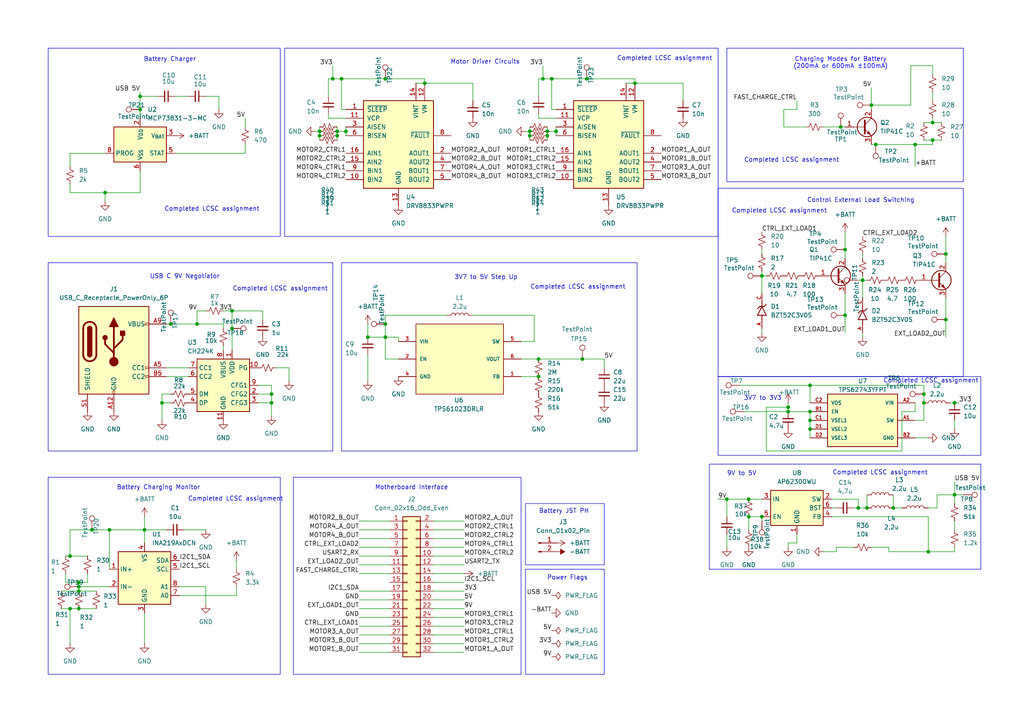
<source format=kicad_sch>
(kicad_sch (version 20250114) (generator "eeschema") (generator_version "9.0")
  (paper "A4")
  (title_block (title "MicroMouse Power Subsystem Design") (date "2025-03-27") (company "University of Cape Town") (comment 1 "BHWKAU001 - Kaushal Bhiwajee") (comment 2 "ESWKRI001 - Krishnaraj Eswari Niranjan"))
  (rectangle (start 82.55 13.97) (end 208.28 68.58))
  (rectangle (start 13.97 138.43) (end 81.28 195.58))
  (rectangle (start 85.09 138.43) (end 151.13 195.58))
  (rectangle (start 205.74 134.62) (end 284.48 165.1))
  (rectangle (start 208.28 54.61) (end 279.4 109.22))
  (rectangle (start 152.4 146.05) (end 175.26 163.83))
  (rectangle (start 208.28 109.22) (end 284.48 132.08))
  (rectangle (start 152.4 165.1) (end 175.26 195.58))
  (rectangle (start 13.97 13.97) (end 81.28 68.58))
  (rectangle (start 13.97 76.2) (end 96.52 130.81))
  (rectangle (start 210.82 13.97) (end 279.4 52.705))
  (rectangle (start 99.06 76.2) (end 184.785 130.81))
  (text "Battery Charging Monitor" (at 45.974 141.478 0) (effects (font (size 1.27 1.27))))
  (text "Completed LCSC assignment" (at 192.786 17.018 0) (effects (font (size 1.27 1.27))))
  (text "Power Flags" (at 164.592 167.64 0) (effects (font (size 1.27 1.27))))
  (text "Motor Driver Circuits" (at 140.716 18.034 0) (effects (font (size 1.27 1.27))))
  (text "3V7 to 3V3\n" (at 221.234 115.57 0) (effects (font (size 1.27 1.27))))
  (text "Charging Modes for Battery\n(200mA or 600mA ±100mA)" (at 243.84 18.288 0) (effects (font (size 1.27 1.27))))
  (text "Battery JST PH" (at 163.576 148.336 0) (effects (font (size 1.27 1.27))))
  (text "Completed LCSC assignment" (at 229.616 46.482 0) (effects (font (size 1.27 1.27))))
  (text "Completed LCSC assignment" (at 61.468 60.706 0) (effects (font (size 1.27 1.27))))
  (text "Completed LCSC assignment" (at 255.27 137.16 0) (effects (font (size 1.27 1.27))))
  (text "USB C 9V Negotiator" (at 53.594 80.264 0) (effects (font (size 1.27 1.27))))
  (text "9V to 5V" (at 215.138 137.414 0) (effects (font (size 1.27 1.27))))
  (text "Completed LCSC assignment" (at 68.326 144.78 0) (effects (font (size 1.27 1.27))))
  (text "Completed LCSC assignment" (at 167.64 83.312 0) (effects (font (size 1.27 1.27))))
  (text "3V7 to 5V Step Up" (at 140.97 80.518 0) (effects (font (size 1.27 1.27))))
  (text "Completed LCSC assignment" (at 81.28 83.82 0) (effects (font (size 1.27 1.27))))
  (text "Motherboard Interface" (at 119.38 141.478 0) (effects (font (size 1.27 1.27))))
  (text "Completed LCSC assignment" (at 270.002 110.49 0) (effects (font (size 1.27 1.27))))
  (text "Battery Charger" (at 49.276 17.272 0) (effects (font (size 1.27 1.27))))
  (text "Control External Load Switching" (at 249.682 58.166 0) (effects (font (size 1.27 1.27))))
  (text "Completed LCSC assignment" (at 226.06 61.214 0) (effects (font (size 1.27 1.27))))
  (junction (at 46.99 116.84))
  (junction (at 168.91 104.14))
  (junction (at 234.95 121.92))
  (junction (at 20.32 161.29))
  (junction (at 156.21 109.22))
  (junction (at 97.79 38.1))
  (junction (at 40.64 31.75))
  (junction (at 153.67 39.37))
  (junction (at 184.15 24.13))
  (junction (at 157.48 22.86))
  (junction (at 30.48 55.88))
  (junction (at 123.19 24.13))
  (junction (at 40.64 27.94))
  (junction (at 97.79 39.37))
  (junction (at 217.17 149.86))
  (junction (at 26.67 153.67))
  (junction (at 22.86 176.53))
  (junction (at 31.75 153.67))
  (junction (at 220.98 80.01))
  (junction (at 251.46 147.32))
  (junction (at 111.76 97.79))
  (junction (at 245.11 91.44))
  (junction (at 265.43 41.91))
  (junction (at 22.86 170.18))
  (junction (at 270.51 40.64))
  (junction (at 234.95 124.46))
  (junction (at 243.84 36.83))
  (junction (at 67.31 90.17))
  (junction (at 153.67 38.1))
  (junction (at 158.75 38.1))
  (junction (at 78.74 114.3))
  (junction (at 217.17 144.78))
  (junction (at 96.52 22.86))
  (junction (at 269.24 160.02))
  (junction (at 259.08 147.32))
  (junction (at 274.32 92.71))
  (junction (at 170.18 22.86))
  (junction (at 22.86 171.45))
  (junction (at 250.19 81.28))
  (junction (at 276.86 143.51))
  (junction (at 41.91 153.67))
  (junction (at 78.74 116.84))
  (junction (at 111.76 22.86))
  (junction (at 274.32 73.66))
  (junction (at 99.06 22.86))
  (junction (at 106.68 97.79))
  (junction (at 245.11 72.39))
  (junction (at 267.97 114.3))
  (junction (at 228.6 119.38))
  (junction (at 22.86 168.91))
  (junction (at 100.33 38.1))
  (junction (at 254 41.91))
  (junction (at 267.97 116.84))
  (junction (at 228.6 118.11))
  (junction (at 67.31 95.25))
  (junction (at 111.76 93.98))
  (junction (at 57.15 93.98))
  (junction (at 210.82 144.78))
  (junction (at 156.21 104.14))
  (junction (at 158.75 39.37))
  (junction (at 161.29 38.1))
  (junction (at 92.71 39.37))
  (junction (at 270.51 35.56))
  (junction (at 234.95 111.76))
  (junction (at 248.92 147.32))
  (junction (at 92.71 38.1))
  (junction (at 234.95 119.38))
  (junction (at 160.02 22.86))
  (junction (at 20.32 176.53))
  (junction (at 220.98 149.86))
  (junction (at 276.86 116.84))
  (junction (at 252.73 30.48))
  (junction (at 49.53 93.98))
  (wire (pts (xy 245.11 91.44) (xy 245.11 96.52)))
  (wire (pts (xy 231.14 157.48) (xy 228.6 157.48)))
  (wire (pts (xy 276.86 143.51) (xy 276.86 146.05)))
  (wire (pts (xy 160.02 31.75) (xy 161.29 31.75)))
  (wire (pts (xy 228.6 119.38) (xy 228.6 118.11)))
  (wire (pts (xy 228.6 118.11) (xy 228.6 116.84)))
  (wire (pts (xy 220.98 72.39) (xy 220.98 73.66)))
  (wire (pts (xy 104.14 184.15) (xy 113.03 184.15)))
  (wire (pts (xy 134.62 151.13) (xy 125.73 151.13)))
  (wire (pts (xy 41.91 153.67) (xy 41.91 157.48)))
  (wire (pts (xy 68.58 162.56) (xy 68.58 165.1)))
  (wire (pts (xy 234.95 111.76) (xy 234.95 116.84)))
  (wire (pts (xy 64.77 90.17) (xy 67.31 90.17)))
  (wire (pts (xy 92.71 39.37) (xy 92.71 40.64)))
  (wire (pts (xy 153.67 39.37) (xy 153.67 40.64)))
  (wire (pts (xy 257.81 160.02) (xy 257.81 158.75)))
  (wire (pts (xy 92.71 38.1) (xy 92.71 39.37)))
  (wire (pts (xy 234.95 119.38) (xy 234.95 121.92)))
  (wire (pts (xy 57.15 90.17) (xy 59.69 90.17)))
  (wire (pts (xy 270.51 19.05) (xy 270.51 21.59)))
  (wire (pts (xy 241.3 149.86) (xy 269.24 149.86)))
  (wire (pts (xy 50.8 27.94) (xy 54.61 27.94)))
  (wire (pts (xy 245.11 72.39) (xy 245.11 74.93)))
  (wire (pts (xy 104.14 151.13) (xy 113.03 151.13)))
  (wire (pts (xy 96.52 22.86) (xy 99.06 22.86)))
  (wire (pts (xy 269.24 147.32) (xy 271.78 147.32)))
  (wire (pts (xy 134.62 161.29) (xy 125.73 161.29)))
  (wire (pts (xy 20.32 55.88) (xy 30.48 55.88)))
  (wire (pts (xy 245.11 85.09) (xy 245.11 91.44)))
  (wire (pts (xy 267.97 114.3) (xy 267.97 116.84)))
  (wire (pts (xy 104.14 181.61) (xy 113.03 181.61)))
  (wire (pts (xy 151.13 109.22) (xy 156.21 109.22)))
  (wire (pts (xy 274.32 68.58) (xy 274.32 73.66)))
  (wire (pts (xy 234.95 124.46) (xy 234.95 127)))
  (wire (pts (xy 157.48 19.05) (xy 157.48 22.86)))
  (wire (pts (xy 46.99 116.84) (xy 49.53 116.84)))
  (wire (pts (xy 97.79 36.83) (xy 97.79 38.1)))
  (wire (pts (xy 247.65 147.32) (xy 248.92 147.32)))
  (wire (pts (xy 25.4 168.91) (xy 22.86 168.91)))
  (wire (pts (xy 231.14 154.94) (xy 231.14 157.48)))
  (wire (pts (xy 40.64 26.67) (xy 40.64 27.94)))
  (wire (pts (xy 156.21 34.29) (xy 161.29 34.29)))
  (wire (pts (xy 20.32 44.45) (xy 30.48 44.45)))
  (wire (pts (xy 97.79 38.1) (xy 97.79 39.37)))
  (wire (pts (xy 115.57 97.79) (xy 115.57 99.06)))
  (wire (pts (xy 20.32 153.67) (xy 26.67 153.67)))
  (wire (pts (xy 31.75 153.67) (xy 41.91 153.67)))
  (wire (pts (xy 30.48 58.42) (xy 30.48 55.88)))
  (wire (pts (xy 156.21 104.14) (xy 168.91 104.14)))
  (wire (pts (xy 31.75 153.67) (xy 31.75 165.1)))
  (wire (pts (xy 59.69 170.18) (xy 59.69 175.26)))
  (wire (pts (xy 184.15 24.13) (xy 198.12 24.13)))
  (wire (pts (xy 104.14 179.07) (xy 113.03 179.07)))
  (wire (pts (xy 252.73 158.75) (xy 257.81 158.75)))
  (wire (pts (xy 267.97 116.84) (xy 267.97 121.92)))
  (wire (pts (xy 161.29 38.1) (xy 161.29 36.83)))
  (wire (pts (xy 78.74 114.3) (xy 78.74 116.84)))
  (wire (pts (xy 53.34 153.67) (xy 59.69 153.67)))
  (wire (pts (xy 22.86 168.91) (xy 22.86 170.18)))
  (wire (pts (xy 250.19 80.01) (xy 250.19 81.28)))
  (wire (pts (xy 270.51 26.67) (xy 270.51 29.21)))
  (wire (pts (xy 41.91 177.8) (xy 41.91 186.69)))
  (wire (pts (xy 134.62 179.07) (xy 125.73 179.07)))
  (wire (pts (xy 104.14 171.45) (xy 113.03 171.45)))
  (wire (pts (xy 261.62 130.81) (xy 222.25 130.81)))
  (wire (pts (xy 265.43 121.92) (xy 267.97 121.92)))
  (wire (pts (xy 67.31 90.17) (xy 67.31 95.25)))
  (wire (pts (xy 276.86 121.92) (xy 276.86 124.46)))
  (wire (pts (xy 276.86 116.84) (xy 278.13 116.84)))
  (wire (pts (xy 104.14 176.53) (xy 113.03 176.53)))
  (wire (pts (xy 104.14 189.23) (xy 113.03 189.23)))
  (wire (pts (xy 264.16 19.05) (xy 270.51 19.05)))
  (wire (pts (xy 248.92 147.32) (xy 251.46 147.32)))
  (wire (pts (xy 74.93 116.84) (xy 78.74 116.84)))
  (wire (pts (xy 156.21 22.86) (xy 156.21 27.94)))
  (wire (pts (xy 248.92 81.28) (xy 250.19 81.28)))
  (wire (pts (xy 153.67 36.83) (xy 153.67 38.1)))
  (wire (pts (xy 20.32 153.67) (xy 20.32 161.29)))
  (wire (pts (xy 104.14 156.21) (xy 113.03 156.21)))
  (wire (pts (xy 111.76 104.14) (xy 115.57 104.14)))
  (wire (pts (xy 215.9 119.38) (xy 228.6 119.38)))
  (wire (pts (xy 67.31 90.17) (xy 76.2 90.17)))
  (wire (pts (xy 275.59 116.84) (xy 276.86 116.84)))
  (wire (pts (xy 41.91 153.67) (xy 48.26 153.67)))
  (wire (pts (xy 111.76 97.79) (xy 111.76 104.14)))
  (wire (pts (xy 80.01 106.68) (xy 83.82 106.68)))
  (wire (pts (xy 170.18 22.86) (xy 184.15 22.86)))
  (wire (pts (xy 134.62 168.91) (xy 125.73 168.91)))
  (wire (pts (xy 228.6 119.38) (xy 234.95 119.38)))
  (wire (pts (xy 111.76 97.79) (xy 111.76 93.98)))
  (wire (pts (xy 48.26 109.22) (xy 54.61 109.22)))
  (wire (pts (xy 274.32 73.66) (xy 274.32 76.2)))
  (wire (pts (xy 267.97 35.56) (xy 270.51 35.56)))
  (wire (pts (xy 40.64 27.94) (xy 45.72 27.94)))
  (wire (pts (xy 104.14 173.99) (xy 113.03 173.99)))
  (wire (pts (xy 20.32 186.69) (xy 20.32 176.53)))
  (wire (pts (xy 22.86 170.18) (xy 22.86 171.45)))
  (wire (pts (xy 40.64 31.75) (xy 40.64 34.29)))
  (wire (pts (xy 134.62 158.75) (xy 125.73 158.75)))
  (wire (pts (xy 208.28 144.78) (xy 210.82 144.78)))
  (wire (pts (xy 137.16 91.44) (xy 154.94 91.44)))
  (wire (pts (xy 74.93 111.76) (xy 78.74 111.76)))
  (wire (pts (xy 123.19 22.86) (xy 123.19 24.13)))
  (wire (pts (xy 104.14 166.37) (xy 113.03 166.37)))
  (wire (pts (xy 106.68 102.87) (xy 106.68 110.49)))
  (wire (pts (xy 228.6 157.48) (xy 228.6 158.75)))
  (wire (pts (xy 154.94 99.06) (xy 151.13 99.06)))
  (wire (pts (xy 158.75 36.83) (xy 158.75 38.1)))
  (wire (pts (xy 19.05 166.37) (xy 19.05 168.91)))
  (wire (pts (xy 227.33 36.83) (xy 233.68 36.83)))
  (wire (pts (xy 184.15 22.86) (xy 184.15 24.13)))
  (wire (pts (xy 99.06 22.86) (xy 111.76 22.86)))
  (wire (pts (xy 157.48 22.86) (xy 160.02 22.86)))
  (wire (pts (xy 134.62 163.83) (xy 125.73 163.83)))
  (wire (pts (xy 104.14 161.29) (xy 113.03 161.29)))
  (wire (pts (xy 250.19 73.66) (xy 250.19 74.93)))
  (wire (pts (xy 252.73 30.48) (xy 264.16 30.48)))
  (wire (pts (xy 96.52 19.05) (xy 96.52 22.86)))
  (wire (pts (xy 134.62 173.99) (xy 125.73 173.99)))
  (wire (pts (xy 92.71 38.1) (xy 91.44 38.1)))
  (wire (pts (xy 104.14 158.75) (xy 113.03 158.75)))
  (wire (pts (xy 270.51 40.64) (xy 270.51 41.91)))
  (wire (pts (xy 22.86 176.53) (xy 27.94 176.53)))
  (wire (pts (xy 220.98 149.86) (xy 217.17 149.86)))
  (wire (pts (xy 270.51 35.56) (xy 273.05 35.56)))
  (wire (pts (xy 49.53 93.98) (xy 57.15 93.98)))
  (wire (pts (xy 111.76 97.79) (xy 115.57 97.79)))
  (wire (pts (xy 106.68 97.79) (xy 111.76 97.79)))
  (wire (pts (xy 158.75 38.1) (xy 161.29 38.1)))
  (wire (pts (xy 26.67 153.67) (xy 31.75 153.67)))
  (wire (pts (xy 210.82 144.78) (xy 210.82 149.86)))
  (wire (pts (xy 269.24 160.02) (xy 257.81 160.02)))
  (wire (pts (xy 231.14 31.75) (xy 227.33 31.75)))
  (wire (pts (xy 222.25 130.81) (xy 222.25 118.11)))
  (wire (pts (xy 238.76 36.83) (xy 243.84 36.83)))
  (wire (pts (xy 71.12 34.29) (xy 71.12 36.83)))
  (wire (pts (xy 265.43 41.91) (xy 270.51 41.91)))
  (wire (pts (xy 134.62 156.21) (xy 125.73 156.21)))
  (wire (pts (xy 217.17 144.78) (xy 220.98 144.78)))
  (wire (pts (xy 137.16 24.13) (xy 137.16 29.21)))
  (wire (pts (xy 220.98 80.01) (xy 222.25 80.01)))
  (wire (pts (xy 49.53 114.3) (xy 46.99 114.3)))
  (wire (pts (xy 220.98 78.74) (xy 220.98 80.01)))
  (wire (pts (xy 153.67 38.1) (xy 152.4 38.1)))
  (wire (pts (xy 20.32 53.34) (xy 20.32 55.88)))
  (wire (pts (xy 241.3 147.32) (xy 242.57 147.32)))
  (wire (pts (xy 104.14 153.67) (xy 113.03 153.67)))
  (wire (pts (xy 22.86 171.45) (xy 27.94 171.45)))
  (wire (pts (xy 134.62 189.23) (xy 125.73 189.23)))
  (wire (pts (xy 125.73 171.45) (xy 134.62 171.45)))
  (wire (pts (xy 242.57 158.75) (xy 242.57 160.02)))
  (wire (pts (xy 111.76 91.44) (xy 129.54 91.44)))
  (wire (pts (xy 134.62 186.69) (xy 125.73 186.69)))
  (wire (pts (xy 153.67 38.1) (xy 153.67 39.37)))
  (wire (pts (xy 67.31 95.25) (xy 67.31 101.6)))
  (wire (pts (xy 46.99 114.3) (xy 46.99 116.84)))
  (wire (pts (xy 57.15 93.98) (xy 64.77 93.98)))
  (wire (pts (xy 40.64 27.94) (xy 40.64 31.75)))
  (wire (pts (xy 134.62 176.53) (xy 125.73 176.53)))
  (wire (pts (xy 120.65 24.13) (xy 123.19 24.13)))
  (wire (pts (xy 222.25 118.11) (xy 228.6 118.11)))
  (wire (pts (xy 111.76 22.86) (xy 123.19 22.86)))
  (wire (pts (xy 168.91 104.14) (xy 175.26 104.14)))
  (wire (pts (xy 217.17 153.67) (xy 217.17 149.86)))
  (wire (pts (xy 40.64 55.88) (xy 40.64 49.53)))
  (wire (pts (xy 270.51 34.29) (xy 270.51 35.56)))
  (wire (pts (xy 95.25 22.86) (xy 95.25 27.94)))
  (wire (pts (xy 254 41.91) (xy 265.43 41.91)))
  (wire (pts (xy 250.19 81.28) (xy 250.19 86.36)))
  (wire (pts (xy 156.21 22.86) (xy 157.48 22.86)))
  (wire (pts (xy 156.21 33.02) (xy 156.21 34.29)))
  (wire (pts (xy 134.62 166.37) (xy 125.73 166.37)))
  (wire (pts (xy 265.43 127) (xy 269.24 127)))
  (wire (pts (xy 151.13 104.14) (xy 156.21 104.14)))
  (wire (pts (xy 265.43 41.91) (xy 265.43 48.26)))
  (wire (pts (xy 95.25 22.86) (xy 96.52 22.86)))
  (wire (pts (xy 214.63 111.76) (xy 234.95 111.76)))
  (wire (pts (xy 251.46 143.51) (xy 251.46 147.32)))
  (wire (pts (xy 259.08 143.51) (xy 259.08 147.32)))
  (wire (pts (xy 238.76 160.02) (xy 242.57 160.02)))
  (wire (pts (xy 269.24 149.86) (xy 269.24 160.02)))
  (wire (pts (xy 227.33 31.75) (xy 227.33 36.83)))
  (wire (pts (xy 57.15 93.98) (xy 57.15 90.17)))
  (wire (pts (xy 83.82 106.68) (xy 83.82 110.49)))
  (wire (pts (xy 261.62 119.38) (xy 261.62 130.81)))
  (wire (pts (xy 48.26 93.98) (xy 49.53 93.98)))
  (wire (pts (xy 259.08 147.32) (xy 261.62 147.32)))
  (wire (pts (xy 158.75 39.37) (xy 158.75 40.64)))
  (wire (pts (xy 252.73 30.48) (xy 252.73 31.75)))
  (wire (pts (xy 111.76 93.98) (xy 111.76 91.44)))
  (wire (pts (xy 20.32 161.29) (xy 25.4 161.29)))
  (wire (pts (xy 274.32 92.71) (xy 274.32 97.79)))
  (wire (pts (xy 234.95 121.92) (xy 234.95 124.46)))
  (wire (pts (xy 264.16 30.48) (xy 264.16 19.05)))
  (wire (pts (xy 74.93 114.3) (xy 78.74 114.3)))
  (wire (pts (xy 134.62 153.67) (xy 125.73 153.67)))
  (wire (pts (xy 210.82 144.78) (xy 217.17 144.78)))
  (wire (pts (xy 20.32 48.26) (xy 20.32 44.45)))
  (wire (pts (xy 276.86 158.75) (xy 276.86 160.02)))
  (wire (pts (xy 99.06 22.86) (xy 99.06 31.75)))
  (wire (pts (xy 97.79 38.1) (xy 100.33 38.1)))
  (wire (pts (xy 274.32 86.36) (xy 274.32 92.71)))
  (wire (pts (xy 271.78 147.32) (xy 271.78 143.51)))
  (wire (pts (xy 250.19 96.52) (xy 250.19 97.79)))
  (wire (pts (xy 210.82 154.94) (xy 210.82 158.75)))
  (wire (pts (xy 104.14 163.83) (xy 113.03 163.83)))
  (wire (pts (xy 271.78 143.51) (xy 276.86 143.51)))
  (wire (pts (xy 252.73 25.4) (xy 252.73 30.48)))
  (wire (pts (xy 63.5 27.94) (xy 63.5 31.75)))
  (wire (pts (xy 25.4 166.37) (xy 25.4 168.91)))
  (wire (pts (xy 252.73 41.91) (xy 254 41.91)))
  (wire (pts (xy 276.86 139.7) (xy 276.86 143.51)))
  (wire (pts (xy 64.77 93.98) (xy 64.77 95.25)))
  (wire (pts (xy 123.19 24.13) (xy 137.16 24.13)))
  (wire (pts (xy 52.07 172.72) (xy 68.58 172.72)))
  (wire (pts (xy 71.12 44.45) (xy 50.8 44.45)))
  (wire (pts (xy 92.71 36.83) (xy 92.71 38.1)))
  (wire (pts (xy 100.33 39.37) (xy 100.33 38.1)))
  (wire (pts (xy 100.33 38.1) (xy 100.33 36.83)))
  (wire (pts (xy 71.12 41.91) (xy 71.12 44.45)))
  (wire (pts (xy 265.43 119.38) (xy 261.62 119.38)))
  (wire (pts (xy 175.26 104.14) (xy 175.26 106.68)))
  (wire (pts (xy 20.32 176.53) (xy 22.86 176.53)))
  (wire (pts (xy 276.86 160.02) (xy 269.24 160.02)))
  (wire (pts (xy 64.77 100.33) (xy 64.77 101.6)))
  (wire (pts (xy 104.14 186.69) (xy 113.03 186.69)))
  (wire (pts (xy 30.48 55.88) (xy 40.64 55.88)))
  (wire (pts (xy 154.94 91.44) (xy 154.94 99.06)))
  (wire (pts (xy 99.06 31.75) (xy 100.33 31.75)))
  (wire (pts (xy 267.97 111.76) (xy 234.95 111.76)))
  (wire (pts (xy 267.97 40.64) (xy 270.51 40.64)))
  (wire (pts (xy 17.78 176.53) (xy 20.32 176.53)))
  (wire (pts (xy 95.25 34.29) (xy 100.33 34.29)))
  (wire (pts (xy 160.02 22.86) (xy 160.02 31.75)))
  (wire (pts (xy 106.68 93.98) (xy 106.68 97.79)))
  (wire (pts (xy 276.86 151.13) (xy 276.86 153.67)))
  (wire (pts (xy 243.84 36.83) (xy 245.11 36.83)))
  (wire (pts (xy 17.78 171.45) (xy 22.86 171.45)))
  (wire (pts (xy 248.92 144.78) (xy 248.92 147.32)))
  (wire (pts (xy 198.12 24.13) (xy 198.12 29.21)))
  (wire (pts (xy 46.99 116.84) (xy 46.99 121.92)))
  (wire (pts (xy 63.5 27.94) (xy 59.69 27.94)))
  (wire (pts (xy 20.32 161.29) (xy 19.05 161.29)))
  (wire (pts (xy 231.14 29.21) (xy 231.14 31.75)))
  (wire (pts (xy 220.98 80.01) (xy 220.98 85.09)))
  (wire (pts (xy 134.62 184.15) (xy 125.73 184.15)))
  (wire (pts (xy 78.74 111.76) (xy 78.74 114.3)))
  (wire (pts (xy 95.25 33.02) (xy 95.25 34.29)))
  (wire (pts (xy 265.43 116.84) (xy 265.43 119.38)))
  (wire (pts (xy 245.11 67.31) (xy 245.11 72.39)))
  (wire (pts (xy 52.07 170.18) (xy 59.69 170.18)))
  (wire (pts (xy 270.51 40.64) (xy 273.05 40.64)))
  (wire (pts (xy 41.91 149.86) (xy 41.91 153.67)))
  (wire (pts (xy 267.97 111.76) (xy 267.97 114.3)))
  (wire (pts (xy 220.98 151.13) (xy 220.98 149.86)))
  (wire (pts (xy 160.02 22.86) (xy 170.18 22.86)))
  (wire (pts (xy 279.4 143.51) (xy 276.86 143.51)))
  (wire (pts (xy 19.05 168.91) (xy 22.86 168.91)))
  (wire (pts (xy 241.3 144.78) (xy 248.92 144.78)))
  (wire (pts (xy 22.86 170.18) (xy 31.75 170.18)))
  (wire (pts (xy 97.79 39.37) (xy 97.79 40.64)))
  (wire (pts (xy 134.62 181.61) (xy 125.73 181.61)))
  (wire (pts (xy 78.74 116.84) (xy 78.74 120.65)))
  (wire (pts (xy 250.19 81.28) (xy 251.46 81.28)))
  (wire (pts (xy 161.29 39.37) (xy 161.29 38.1)))
  (wire (pts (xy 247.65 158.75) (xy 242.57 158.75)))
  (wire (pts (xy 158.75 38.1) (xy 158.75 39.37)))
  (wire (pts (xy 68.58 170.18) (xy 68.58 172.72)))
  (wire (pts (xy 76.2 90.17) (xy 76.2 92.71)))
  (wire (pts (xy 48.26 106.68) (xy 54.61 106.68)))
  (wire (pts (xy 181.61 24.13) (xy 184.15 24.13)))
  (wire (pts (xy 220.98 95.25) (xy 220.98 96.52)))
  (label "5V" (at 71.12 34.29 180))
  (label "MOTOR3_CTRL1" (at 161.29 49.53 180))
  (label "EXT_LOAD2_OUT" (at 104.14 163.83 180))
  (label "MOTOR4_B_OUT" (at 130.81 52.07 0))
  (label "MOTOR1_CTRL2" (at 134.62 186.69 0))
  (label "MOTOR2_CTRL2" (at 100.33 46.99 180))
  (label "3V3" (at 134.62 171.45 0))
  (label "USB 5V" (at 40.64 26.67 180))
  (label "I2C1_SCL" (at 134.62 168.91 0))
  (label "MOTOR4_A_OUT" (at 104.14 153.67 180))
  (label "MOTOR2_CTRL2" (at 134.62 156.21 0))
  (label "MOTOR3_CTRL2" (at 134.62 181.61 0))
  (label "5V" (at 252.73 25.4 180))
  (label "3V3" (at 160.02 186.69 180))
  (label "3V3" (at 157.48 19.05 180))
  (label "MOTOR1_B_OUT" (at 191.77 46.99 0))
  (label "3V3" (at 67.31 90.17 180))
  (label "I2C1_SDA" (at 104.14 171.45 180))
  (label "FAST_CHARGE_CTRL" (at 231.14 29.21 180))
  (label "MOTOR2_CTRL1" (at 100.33 44.45 180))
  (label "USART2_TX" (at 134.62 163.83 0))
  (label "MOTOR1_A_OUT" (at 134.62 189.23 0))
  (label "MOTOR1_B_OUT" (at 104.14 189.23 180))
  (label "MOTOR3_B_OUT" (at 104.14 186.69 180))
  (label "USART2_RX" (at 104.14 161.29 180))
  (label "3V3" (at 96.52 19.05 180))
  (label "CTRL_EXT_LOAD1" (at 104.14 181.61 180))
  (label "MOTOR3_A_OUT" (at 104.14 184.15 180))
  (label "MOTOR3_B_OUT" (at 191.77 52.07 0))
  (label "CTRL_EXT_LOAD2" (at 250.19 68.58 0))
  (label "MOTOR2_B_OUT" (at 130.81 46.99 0))
  (label "I2C1_SDA" (at 52.07 162.56 0))
  (label "FAST_CHARGE_CTRL" (at 104.14 166.37 180))
  (label "9V" (at 134.62 176.53 0))
  (label "EXT_LOAD1_OUT" (at 104.14 176.53 180))
  (label "MOTOR3_CTRL2" (at 161.29 52.07 180))
  (label "MOTOR4_CTRL2" (at 100.33 52.07 180))
  (label "EXT_LOAD2_OUT" (at 274.32 97.79 180))
  (label "MOTOR1_A_OUT" (at 191.77 44.45 0))
  (label "MOTOR3_CTRL1" (at 134.62 179.07 0))
  (label "USB 5V" (at 160.02 172.72 180))
  (label "-BATT" (at 160.02 177.8 180))
  (label "MOTOR2_B_OUT" (at 104.14 151.13 180))
  (label "MOTOR3_A_OUT" (at 191.77 49.53 0))
  (label "3V3" (at 278.13 116.84 0))
  (label "5V" (at 175.26 104.14 0))
  (label "MOTOR4_B_OUT" (at 104.14 156.21 180))
  (label "MOTOR4_CTRL1" (at 100.33 49.53 180))
  (label "MOTOR4_CTRL2" (at 134.62 161.29 0))
  (label "5V" (at 134.62 173.99 0))
  (label "9V" (at 160.02 190.5 180))
  (label "9V" (at 57.15 90.17 180))
  (label "EXT_LOAD1_OUT" (at 245.11 96.52 180))
  (label "MOTOR1_CTRL1" (at 161.29 44.45 180))
  (label "MOTOR4_A_OUT" (at 130.81 49.53 0))
  (label "CTRL_EXT_LOAD2" (at 104.14 158.75 180))
  (label "MOTOR2_A_OUT" (at 130.81 44.45 0))
  (label "MOTOR1_CTRL2" (at 161.29 46.99 180))
  (label "GND" (at 104.14 173.99 180))
  (label "MOTOR1_CTRL1" (at 134.62 184.15 0))
  (label "9V" (at 208.28 144.78 0))
  (label "+BATT" (at 265.43 48.26 0))
  (label "CTRL_EXT_LOAD1" (at 220.98 67.31 0))
  (label "5V" (at 160.02 182.88 180))
  (label "MOTOR2_A_OUT" (at 134.62 151.13 0))
  (label "MOTOR4_CTRL1" (at 134.62 158.75 0))
  (label "GND" (at 104.14 179.07 180))
  (label "MOTOR2_CTRL1" (at 134.62 153.67 0))
  (label "I2C1_SCL" (at 52.07 165.1 0))
  (label "USB 5V" (at 276.86 139.7 0))
  (symbol (lib_id "power:+BATT") (at 161.29 157.48 270) (unit 1)
    (property "Reference" "#PWR026" (effects (hide yes)))
    (property "Value" "+BATT" (at 165.1 157.4799 90) (effects (justify left)))
    (property "Description" "Power symbol creates a global label with name \"+BATT\"" (effects (hide yes)))
  )
  (symbol (lib_id "power:GND") (at 238.76 160.02 270) (unit 1)
    (property "Reference" "#PWR042" (effects (hide yes)))
    (property "Value" "GND" (at 234.95 160.0199 90) (effects (justify right)))
    (property "Description" "Power symbol creates a global label with name \"GND\" , ground" (effects (hide yes)))
  )
  (symbol (lib_id "Device:C_Small") (at 175.26 114.3 0) (unit 1)
    (property "Reference" "C15" (at 177.8 113.0362 0) (effects (justify left)))
    (property "Value" "22u" (at 177.8 115.5762 0) (effects (justify left)))
    (property "Footprint" "Capacitor_SMD:C_1206_3216Metric" (effects (hide yes)))
    (property "Description" "Unpolarized capacitor, small symbol" (effects (hide yes)))
    (property "LCSC" "C12891" (effects (hide yes)))
  )
  (symbol (lib_id "Driver_Motor:DRV8833PW") (at 115.57 41.91 0) (unit 1)
    (property "Reference" "U4" (at 117.7133 57.15 0) (effects (justify left)))
    (property "Value" "DRV8833PWPR" (at 117.7133 59.69 0) (effects (justify left)))
    (property "Footprint" "Package_SO:TSSOP-16_4.4x5mm_P0.65mm" (effects (hide yes)))
    (property "Datasheet" "http://www.ti.com/lit/ds/symlink/drv8833.pdf" (effects (hide yes)))
    (property "Description" "Dual H-Bridge Motor Driver, TSSOP-16" (effects (hide yes)))
    (property "LCSC" "C50506" (effects (hide yes)))
  )
  (symbol (lib_id "power:+BATT") (at 134.62 166.37 270) (unit 1)
    (property "Reference" "#PWR040" (effects (hide yes)))
    (property "Value" "+BATT" (at 138.43 166.3699 90) (effects (justify left)))
    (property "Description" "Power symbol creates a global label with name \"+BATT\"" (effects (hide yes)))
  )
  (symbol (lib_id "power:GND") (at 210.82 158.75 0) (unit 1)
    (property "Reference" "#PWR01" (effects (hide yes)))
    (property "Value" "GND" (at 210.82 163.83 0))
    (property "Description" "Power symbol creates a global label with name \"GND\" , ground" (effects (hide yes)))
  )
  (symbol (lib_id "power:GND") (at 160.02 177.8 90) (unit 1)
    (property "Reference" "#PWR035" (effects (hide yes)))
    (property "Value" "GND" (at 163.83 177.7999 90) (effects (justify right)))
    (property "Description" "Power symbol creates a global label with name \"GND\" , ground" (effects (hide yes)))
  )
  (symbol (lib_id "power:GND") (at 115.57 109.22 0) (unit 1)
    (property "Reference" "#PWR036" (effects (hide yes)))
    (property "Value" "GND" (at 115.57 114.3 0))
    (property "Description" "Power symbol creates a global label with name \"GND\" , ground" (effects (hide yes)))
  )
  (symbol (lib_id "power:GND") (at 217.17 158.75 0) (unit 1)
    (property "Reference" "#PWR043" (effects (hide yes)))
    (property "Value" "GND" (at 217.17 163.83 0))
    (property "Description" "Power symbol creates a global label with name \"GND\" , ground" (effects (hide yes)))
  )
  (symbol (lib_id "Device:R_Small_US") (at 156.21 40.64 90) (unit 1)
    (property "Reference" "R44" (at 155.956 58.928 90))
    (property "Value" "1" (at 155.956 61.468 90))
    (property "Footprint" "Resistor_SMD:R_0603_1608Metric" (effects (hide yes)))
    (property "Description" "Resistor, small US symbol" (effects (hide yes)))
    (property "LCSC" "C22936" (effects (hide yes)))
  )
  (symbol (lib_id "power:GND") (at 20.32 186.69 0) (unit 1)
    (property "Reference" "#PWR010" (effects (hide yes)))
    (property "Value" "GND" (at 20.32 191.77 0))
    (property "Description" "Power symbol creates a global label with name \"GND\" , ground" (effects (hide yes)))
  )
  (symbol (lib_id "Connector:TestPoint") (at 245.11 72.39 90) (unit 1)
    (property "Reference" "TP4" (at 236.474 67.818 90))
    (property "Value" "TestPoint" (at 238.506 70.104 90))
    (property "Footprint" "TestPoint:TestPoint_Pad_D1.0mm" (effects (hide yes)))
    (property "Description" "test point" (effects (hide yes)))
  )
  (symbol (lib_id "Device:R_Small_US") (at 276.86 148.59 0) (unit 1)
    (property "Reference" "R34" (at 279.4 147.3199 0) (effects (justify left)))
    (property "Value" "51k" (at 279.4 149.8599 0) (effects (justify left)))
    (property "Footprint" "Resistor_SMD:R_0805_2012Metric" (effects (hide yes)))
    (property "Description" "Resistor, small US symbol" (effects (hide yes)))
    (property "LCSC" "C17737" (effects (hide yes)))
  )
  (symbol (lib_id "power:GND") (at 59.69 153.67 0) (unit 1)
    (property "Reference" "#PWR06" (effects (hide yes)))
    (property "Value" "GND" (at 59.69 158.75 0))
    (property "Description" "Power symbol creates a global label with name \"GND\" , ground" (effects (hide yes)))
  )
  (symbol (lib_id "power:+BATT") (at 106.68 93.98 0) (unit 1)
    (property "Reference" "#PWR041" (effects (hide yes)))
    (property "Value" "+BATT" (at 106.68 88.9 0))
    (property "Description" "Power symbol creates a global label with name \"+BATT\"" (effects (hide yes)))
  )
  (symbol (lib_id "power:GND") (at 228.6 124.46 0) (unit 1)
    (property "Reference" "#PWR08" (effects (hide yes)))
    (property "Value" "GND" (at 228.6 129.54 0))
    (property "Description" "Power symbol creates a global label with name \"GND\" , ground" (effects (hide yes)))
  )
  (symbol (lib_id "TPS62743YFPT:TPS62743YFPT") (at 250.19 121.92 0) (unit 1)
    (property "Reference" "U7" (at 250.19 110.49 0))
    (property "Value" "TPS62743YFPT" (at 250.19 113.03 0))
    (property "Footprint" "Package_BGA:Texas_DSBGA-8_0.705x1.468mm_Layout2x4_P0.4mm" (effects (hide yes)))
    (property "MF" "Texas Instruments" (effects (hide yes)))
    (property "Description_1" "2V-5.5V input, ultra-low-power 300mA to 400mA step-down buck DCDC converter with 360nA Iq" (effects (hide yes)))
    (property "Package" "DSBGA-8 Texas Instruments" (effects (hide yes)))
    (property "Price" "None" (effects (hide yes)))
    (property "Check_prices" "https://www.snapeda.com/parts/TPS62743YFPT/Texas+Instruments/view-part/?ref=eda" (effects (hide yes)))
    (property "SnapEDA_Link" "https://www.snapeda.com/parts/TPS62743YFPT/Texas+Instruments/view-part/?ref=snap" (effects (hide yes)))
    (property "MP" "TPS62743YFPT" (effects (hide yes)))
    (property "Availability" "In Stock" (effects (hide yes)))
    (property "MANUFACTURER" "Texas Instruments" (effects (hide yes)))
    (property "LCSC" "C374070" (effects (hide yes)))
  )
  (symbol (lib_id "Connector:TestPoint") (at 49.53 93.98 0) (unit 1)
    (property "Reference" "TP17" (at 50.8 92.964 90))
    (property "Value" "TestPoint" (at 47.498 91.948 90))
    (property "Footprint" "TestPoint:TestPoint_Pad_D1.0mm" (effects (hide yes)))
    (property "Description" "test point" (effects (hide yes)))
  )
  (symbol (lib_id "Device:R_Small_US") (at 250.19 77.47 0) (unit 1)
    (property "Reference" "R23" (at 252.73 76.1999 0) (effects (justify left)))
    (property "Value" "2" (at 252.73 78.7399 0) (effects (justify left)))
    (property "Footprint" "Resistor_SMD:R_0201_0603Metric" (effects (hide yes)))
    (property "Description" "Resistor, small US symbol" (effects (hide yes)))
    (property "LCSC" "C22977" (effects (hide yes)))
  )
  (symbol (lib_id "power:+BATT") (at 68.58 162.56 0) (unit 1)
    (property "Reference" "#PWR05" (effects (hide yes)))
    (property "Value" "+BATT" (at 68.58 157.48 0))
    (property "Description" "Power symbol creates a global label with name \"+BATT\"" (effects (hide yes)))
  )
  (symbol (lib_id "Device:C_Small") (at 95.25 30.48 0) (unit 1)
    (property "Reference" "C4" (at 88.9 29.718 0) (effects (justify left)))
    (property "Value" "10n" (at 88.9 32.258 0) (effects (justify left)))
    (property "Footprint" "Capacitor_SMD:C_0805_2012Metric" (effects (hide yes)))
    (property "Description" "Unpolarized capacitor, small symbol" (effects (hide yes)))
    (property "LCSC" "C15195" (effects (hide yes)))
  )
  (symbol (lib_id "Battery_Management:MCP73831-3-MC") (at 40.64 41.91 0) (unit 1)
    (property "Reference" "U2" (at 42.7833 31.75 0) (effects (justify left)))
    (property "Value" "MCP73831-3-MC" (at 42.7833 34.29 0) (effects (justify left)))
    (property "Footprint" "Package_DFN_QFN:DFN-8-1EP_3x2mm_P0.5mm_EP1.7x1.4mm" (effects (hide yes)))
    (property "Datasheet" "http://ww1.microchip.com/downloads/en/DeviceDoc/20001984g.pdf" (effects (hide yes)))
    (property "Description" "Single cell, Li-Ion/Li-Po charge management controller, 4.35V, Tri-State Status Output, in DFN-8 package" (effects (hide yes)))
    (property "LCSC" "C635038" (effects (hide yes)))
  )
  (symbol (lib_id "power:GND") (at 41.91 186.69 0) (unit 1)
    (property "Reference" "#PWR04" (effects (hide yes)))
    (property "Value" "GND" (at 41.91 191.77 0))
    (property "Description" "Power symbol creates a global label with name \"GND\" , ground" (effects (hide yes)))
  )
  (symbol (lib_id "power:GND") (at 46.99 121.92 0) (unit 1)
    (property "Reference" "#PWR022" (effects (hide yes)))
    (property "Value" "GND" (at 46.99 127 0))
    (property "Description" "Power symbol creates a global label with name \"GND\" , ground" (effects (hide yes)))
  )
  (symbol (lib_id "Device:C_Small") (at 175.26 109.22 0) (unit 1)
    (property "Reference" "C8" (at 177.8 107.9562 0) (effects (justify left)))
    (property "Value" "22u" (at 177.8 110.4962 0) (effects (justify left)))
    (property "Footprint" "Capacitor_SMD:C_1206_3216Metric" (effects (hide yes)))
    (property "Description" "Unpolarized capacitor, small symbol" (effects (hide yes)))
    (property "LCSC" "C12891" (effects (hide yes)))
  )
  (symbol (lib_id "power:GND") (at 137.16 34.29 0) (unit 1)
    (property "Reference" "#PWR029" (effects (hide yes)))
    (property "Value" "GND" (at 137.16 39.37 0))
    (property "Description" "Power symbol creates a global label with name \"GND\" , ground" (effects (hide yes)))
  )
  (symbol (lib_id "power:GND") (at 269.24 127 90) (unit 1)
    (property "Reference" "#PWR014" (effects (hide yes)))
    (property "Value" "GND" (at 273.05 126.9999 90) (effects (justify right)))
    (property "Description" "Power symbol creates a global label with name \"GND\" , ground" (effects (hide yes)))
  )
  (symbol (lib_id "Connector:TestPoint") (at 40.64 31.75 90) (unit 1)
    (property "Reference" "TP21" (at 39.624 30.48 90))
    (property "Value" "TestPoint" (at 38.608 33.782 90))
    (property "Footprint" "TestPoint:TestPoint_Pad_D1.0mm" (effects (hide yes)))
    (property "Description" "test point" (effects (hide yes)))
  )
  (symbol (lib_id "power:+BATT") (at 274.32 68.58 0) (unit 1)
    (property "Reference" "#PWR031" (effects (hide yes)))
    (property "Value" "+BATT" (at 274.32 63.5 0))
    (property "Description" "Power symbol creates a global label with name \"+BATT\"" (effects (hide yes)))
  )
  (symbol (lib_id "Device:C_Small") (at 210.82 152.4 0) (unit 1)
    (property "Reference" "C13" (at 211.074 154.178 0) (effects (justify left)))
    (property "Value" "10u" (at 211.074 155.956 0) (effects (justify left)))
    (property "Footprint" "Capacitor_SMD:C_0805_2012Metric" (effects (hide yes)))
    (property "Description" "Unpolarized capacitor, small symbol" (effects (hide yes)))
    (property "LCSC" "C15850" (effects (hide yes)))
  )
  (symbol (lib_id "Connector:TestPoint") (at 243.84 36.83 0) (unit 1)
    (property "Reference" "TP1" (at 242.062 40.386 0) (effects (justify left)))
    (property "Value" "TestPoint" (at 239.776 38.354 0) (effects (justify left)))
    (property "Footprint" "TestPoint:TestPoint_Pad_D1.0mm" (effects (hide yes)))
    (property "Description" "test point" (effects (hide yes)))
  )
  (symbol (lib_id "power:GND") (at 64.77 121.92 0) (unit 1)
    (property "Reference" "#PWR020" (effects (hide yes)))
    (property "Value" "GND" (at 64.77 127 0))
    (property "Description" "Power symbol creates a global label with name \"GND\" , ground" (effects (hide yes)))
  )
  (symbol (lib_id "Device:R_Small_US") (at 62.23 90.17 90) (unit 1)
    (property "Reference" "R7" (at 62.23 86.106 90))
    (property "Value" "1k" (at 62.23 87.884 90))
    (property "Footprint" "Resistor_SMD:R_1206_3216Metric" (effects (hide yes)))
    (property "Description" "Resistor, small US symbol" (effects (hide yes)))
    (property "LCSC" "C4410" (effects (hide yes)))
  )
  (symbol (lib_id "Transistor_BJT:TIP41C") (at 250.19 36.83 0) (unit 1)
    (property "Reference" "Q2" (at 255.27 35.5599 0) (effects (justify left)))
    (property "Value" "TIP41C" (at 255.27 38.0999 0) (effects (justify left)))
    (property "Footprint" "Package_TO_SOT_THT:TO-220-3_Vertical" (effects (hide yes)))
    (property "Datasheet" "https://www.centralsemi.com/get_document.php?cmp=1&mergetype=pd&mergepath=pd&pdf_id=tip41.PDF" (effects (hide yes)))
    (property "Description" "6A Ic, 100V Vce, Power NPN Transistor, TO-220" (effects (hide yes)))
    (property "LCSC" "C92603" (effects (hide yes)))
  )
  (symbol (lib_id "Device:R_Small_US") (at 217.17 156.21 180) (unit 1)
    (property "Reference" "R38" (at 217.678 156.464 0) (effects (justify right)))
    (property "Value" "10k" (at 217.424 158.496 0) (effects (justify right)))
    (property "Footprint" "Resistor_SMD:R_1206_3216Metric" (effects (hide yes)))
    (property "Description" "Resistor, small US symbol" (effects (hide yes)))
    (property "LCSC" "C17902" (effects (hide yes)))
  )
  (symbol (lib_id "Device:L") (at 255.27 143.51 90) (unit 1)
    (property "Reference" "L3" (at 260.858 139.192 90))
    (property "Value" "2.2u" (at 260.858 141.732 90))
    (property "Footprint" "Inductor_SMD:L_Cenker_CKCS4020" (effects (hide yes)))
    (property "Description" "Inductor" (effects (hide yes)))
    (property "LCSC" "C135262" (effects (hide yes)))
  )
  (symbol (lib_id "power:GND") (at 175.26 116.84 0) (unit 1)
    (property "Reference" "#PWR038" (effects (hide yes)))
    (property "Value" "GND" (at 175.26 121.92 0))
    (property "Description" "Power symbol creates a global label with name \"GND\" , ground" (effects (hide yes)))
  )
  (symbol (lib_id "power:GND") (at 220.98 96.52 0) (unit 1)
    (property "Reference" "#PWR02" (effects (hide yes)))
    (property "Value" "GND" (at 220.98 101.6 0))
    (property "Description" "Power symbol creates a global label with name \"GND\" , ground" (effects (hide yes)))
  )
  (symbol (lib_id "power:GND") (at 228.6 158.75 0) (unit 1)
    (property "Reference" "#PWR016" (effects (hide yes)))
    (property "Value" "GND" (at 228.6 163.83 0))
    (property "Description" "Power symbol creates a global label with name \"GND\" , ground" (effects (hide yes)))
  )
  (symbol (lib_id "Interface_USB:CH224K") (at 64.77 111.76 0) (unit 1)
    (property "Reference" "U3" (at 54.356 99.314 0) (effects (justify left)))
    (property "Value" "CH224K" (at 54.356 101.854 0) (effects (justify left)))
    (property "Footprint" "Package_SO:SSOP-10-1EP_3.9x4.9mm_P1mm_EP2.1x3.3mm" (effects (hide yes)))
    (property "Datasheet" "https://www.wch.cn/downloads/file/301.html" (effects (hide yes)))
    (property "Description" "100W USB Type-C PD3.0/2.0, BC1.2 Sink Controller, SSOP-10" (effects (hide yes)))
    (property "LCSC" "C970725" (effects (hide yes)))
  )
  (symbol (lib_id "Connector_Generic:Conn_02x16_Odd_Even") (at 118.11 168.91 0) (unit 1)
    (property "Reference" "J2" (at 119.38 144.78 0))
    (property "Value" "Conn_02x16_Odd_Even" (at 119.38 147.32 0))
    (property "Footprint" "Connector_PinHeader_2.54mm:PinHeader_2x16_P2.54mm_Horizontal" (effects (hide yes)))
    (property "Description" "Generic connector, double row, 02x16, odd/even pin numbering scheme (row 1 odd numbers, row 2 even numbers), script generated (kicad-library-utils/schlib/autogen/connector/)" (effects (hide yes)))
    (property "LCSC" "C5307343" (effects (hide yes)))
  )
  (symbol (lib_id "power:GND") (at 250.19 97.79 0) (unit 1)
    (property "Reference" "#PWR03" (effects (hide yes)))
    (property "Value" "GND" (at 250.19 102.87 0))
    (property "Description" "Power symbol creates a global label with name \"GND\" , ground" (effects (hide yes)))
  )
  (symbol (lib_id "Device:C_Small") (at 137.16 31.75 0) (unit 1)
    (property "Reference" "C5" (at 139.7 30.4862 0) (effects (justify left)))
    (property "Value" "10n" (at 139.7 33.0262 0) (effects (justify left)))
    (property "Footprint" "Capacitor_SMD:C_0805_2012Metric" (effects (hide yes)))
    (property "Description" "Unpolarized capacitor, small symbol" (effects (hide yes)))
    (property "LCSC" "C15195" (effects (hide yes)))
  )
  (symbol (lib_id "Device:L") (at 133.35 91.44 90) (unit 1)
    (property "Reference" "L1" (at 133.35 86.36 90))
    (property "Value" "2.2u" (at 133.35 88.9 90))
    (property "Footprint" "Inductor_SMD:L_Cenker_CKCS4020" (effects (hide yes)))
    (property "Description" "Inductor" (effects (hide yes)))
    (property "LCSC" "C135262" (effects (hide yes)))
  )
  (symbol (lib_id "power:+BATT") (at 245.11 67.31 0) (unit 1)
    (property "Reference" "#PWR027" (effects (hide yes)))
    (property "Value" "+BATT" (at 245.11 62.23 0))
    (property "Description" "Power symbol creates a global label with name \"+BATT\"" (effects (hide yes)))
  )
  (symbol (lib_id "Connector:TestPoint") (at 220.98 151.13 180) (unit 1)
    (property "Reference" "TP9" (at 219.202 153.924 90))
    (property "Value" "TestPoint" (at 222.504 154.94 90))
    (property "Footprint" "TestPoint:TestPoint_Pad_D1.0mm" (effects (hide yes)))
    (property "Description" "test point" (effects (hide yes)))
  )
  (symbol (lib_id "Device:R_Small_US") (at 276.86 156.21 0) (unit 1)
    (property "Reference" "R35" (at 279.4 154.9399 0) (effects (justify left)))
    (property "Value" "1.2k" (at 279.4 157.4799 0) (effects (justify left)))
    (property "Footprint" "Resistor_SMD:R_0805_2012Metric" (effects (hide yes)))
    (property "Description" "Resistor, small US symbol" (effects (hide yes)))
    (property "LCSC" "C17379" (effects (hide yes)))
  )
  (symbol (lib_id "Connector:TestPoint") (at 26.67 153.67 0) (unit 1)
    (property "Reference" "TP20" (at 27.94 152.654 90))
    (property "Value" "TestPoint" (at 24.638 151.638 90))
    (property "Footprint" "TestPoint:TestPoint_Pad_D1.0mm" (effects (hide yes)))
    (property "Description" "test point" (effects (hide yes)))
  )
  (symbol (lib_id "Device:R_Small_US") (at 95.25 39.37 90) (unit 1)
    (property "Reference" "R39" (at 94.996 57.658 90))
    (property "Value" "1" (at 94.996 60.198 90))
    (property "Footprint" "Resistor_SMD:R_0603_1608Metric" (effects (hide yes)))
    (property "Description" "Resistor, small US symbol" (effects (hide yes)))
    (property "LCSC" "C22936" (effects (hide yes)))
  )
  (symbol (lib_id "power:PWR_FLAG") (at 160.02 182.88 270) (unit 1)
    (property "Reference" "#FLG02" (effects (hide yes)))
    (property "Value" "PWR_FLAG" (at 163.83 182.8799 90) (effects (justify left)))
    (property "Description" "Special symbol for telling ERC where power comes from" (effects (hide yes)))
  )
  (symbol (lib_id "Device:R_Small_US") (at 229.87 80.01 90) (unit 1)
    (property "Reference" "R21" (at 229.616 82.804 90))
    (property "Value" "4.7" (at 229.616 85.344 90))
    (property "Footprint" "Resistor_SMD:R_0603_1608Metric" (effects (hide yes)))
    (property "Description" "Resistor, small US symbol" (effects (hide yes)))
    (property "LCSC" "C23164" (effects (hide yes)))
  )
  (symbol (lib_id "power:GND") (at 30.48 58.42 0) (unit 1)
    (property "Reference" "#PWR011" (effects (hide yes)))
    (property "Value" "GND" (at 30.48 63.5 0))
    (property "Description" "Power symbol creates a global label with name \"GND\" , ground" (effects (hide yes)))
  )
  (symbol (lib_id "Device:R_Small_US") (at 250.19 158.75 90) (unit 1)
    (property "Reference" "R36" (at 250.19 152.4 90))
    (property "Value" "10k" (at 250.19 154.94 90))
    (property "Footprint" "Resistor_SMD:R_1206_3216Metric" (effects (hide yes)))
    (property "Description" "Resistor, small US symbol" (effects (hide yes)))
    (property "LCSC" "C17902" (effects (hide yes)))
  )
  (symbol (lib_id "Transistor_BJT:TIP41C") (at 271.78 81.28 0) (unit 1)
    (property "Reference" "Q3" (at 264.668 74.168 0) (effects (justify left)))
    (property "Value" "TIP41C" (at 264.668 76.708 0) (effects (justify left)))
    (property "Footprint" "Package_TO_SOT_THT:TO-220-3_Vertical" (effects (hide yes)))
    (property "Datasheet" "https://www.centralsemi.com/get_document.php?cmp=1&mergetype=pd&mergepath=pd&pdf_id=tip41.PDF" (effects (hide yes)))
    (property "Description" "6A Ic, 100V Vce, Power NPN Transistor, TO-220" (effects (hide yes)))
    (property "LCSC" "C92603" (effects (hide yes)))
  )
  (symbol (lib_id "TPS61023DRLR:TPS61023DRLR") (at 133.35 104.14 0) (unit 1)
    (property "Reference" "U6" (at 133.096 116.078 0))
    (property "Value" "TPS61023DRLR" (at 133.096 118.618 0))
    (property "Footprint" "Package_TO_SOT_SMD:SOT-563" (effects (hide yes)))
    (property "DigiKey_Part_Number" "296-TPS61023DRLRTR-ND" (effects (hide yes)))
    (property "SnapEDA_Link" "https://www.snapeda.com/parts/TPS61023DRLR/Texas+Instruments/view-part/?ref=snap" (effects (hide yes)))
    (property "Description_1" "3.7-A boost converter with 0.5-V ultra-low input voltage" (effects (hide yes)))
    (property "COPYRIGHT" "Copyright (C) 2022 Ultra Librarian. All rights reserved." (effects (hide yes)))
    (property "Package" "SOT-5X3-6 Texas Instruments" (effects (hide yes)))
    (property "Check_prices" "https://www.snapeda.com/parts/TPS61023DRLR/Texas+Instruments/view-part/?ref=eda" (effects (hide yes)))
    (property "MF" "Texas Instruments" (effects (hide yes)))
    (property "MP" "TPS61023DRLR" (effects (hide yes)))
    (property "MANUFACTURER_PART_NUMBER" "TPS61023DRLR" (effects (hide yes)))
    (property "TYPE" "TYPE" (effects (hide yes)))
    (property "MFR_NAME" "Texas Instruments" (effects (hide yes)))
    (property "REFDES" "RefDes" (effects (hide yes)))
    (property "LCSC" "C919459" (effects (hide yes)))
  )
  (symbol (lib_id "Device:R_Small_US") (at 250.19 71.12 0) (unit 1)
    (property "Reference" "R22" (at 252.73 69.8499 0) (effects (justify left)))
    (property "Value" "10" (at 252.73 72.3899 0) (effects (justify left)))
    (property "Footprint" "Resistor_SMD:R_1206_3216Metric" (effects (hide yes)))
    (property "Description" "Resistor, small US symbol" (effects (hide yes)))
    (property "LCSC" "C17903" (effects (hide yes)))
  )
  (symbol (lib_id "Transistor_BJT:TIP41C") (at 242.57 80.01 0) (unit 1)
    (property "Reference" "Q1" (at 234.696 72.39 0) (effects (justify left)))
    (property "Value" "TIP41C" (at 234.696 74.93 0) (effects (justify left)))
    (property "Footprint" "Package_TO_SOT_THT:TO-220-3_Vertical" (effects (hide yes)))
    (property "Datasheet" "https://www.centralsemi.com/get_document.php?cmp=1&mergetype=pd&mergepath=pd&pdf_id=tip41.PDF" (effects (hide yes)))
    (property "Description" "6A Ic, 100V Vce, Power NPN Transistor, TO-220" (effects (hide yes)))
    (property "LCSC" "C92603" (effects (hide yes)))
  )
  (symbol (lib_id "Device:C_Small") (at 245.11 147.32 270) (unit 1)
    (property "Reference" "C14" (at 245.11 139.954 90))
    (property "Value" "4.7u" (at 245.11 142.494 90))
    (property "Footprint" "Capacitor_SMD:C_0402_1005Metric" (effects (hide yes)))
    (property "Description" "Unpolarized capacitor, small symbol" (effects (hide yes)))
    (property "LCSC" "C1569" (effects (hide yes)))
  )
  (symbol (lib_id "power:GND") (at 33.02 119.38 0) (unit 1)
    (property "Reference" "#PWR018" (effects (hide yes)))
    (property "Value" "GND" (at 33.02 124.46 0))
    (property "Description" "Power symbol creates a global label with name \"GND\" , ground" (effects (hide yes)))
  )
  (symbol (lib_id "Device:R_Small_US") (at 270.51 24.13 0) (unit 1)
    (property "Reference" "R29" (at 273.05 22.8599 0) (effects (justify left)))
    (property "Value" "10" (at 273.05 25.3999 0) (effects (justify left)))
    (property "Footprint" "Resistor_SMD:R_1206_3216Metric" (effects (hide yes)))
    (property "Description" "Resistor, small US symbol" (effects (hide yes)))
    (property "LCSC" "C47019" (effects (hide yes)))
  )
  (symbol (lib_id "Device:L") (at 271.78 116.84 90) (unit 1)
    (property "Reference" "L2" (at 271.78 111.76 90))
    (property "Value" "2.2u" (at 271.78 114.3 90))
    (property "Footprint" "Inductor_SMD:L_Cenker_CKCS4020" (effects (hide yes)))
    (property "Description" "Inductor" (effects (hide yes)))
    (property "LCSC" "C135262" (effects (hide yes)))
  )
  (symbol (lib_id "power:GND") (at 83.82 110.49 0) (unit 1)
    (property "Reference" "#PWR017" (effects (hide yes)))
    (property "Value" "GND" (at 83.82 115.57 0))
    (property "Description" "Power symbol creates a global label with name \"GND\" , ground" (effects (hide yes)))
  )
  (symbol (lib_id "power:GND") (at 276.86 124.46 0) (unit 1)
    (property "Reference" "#PWR015" (effects (hide yes)))
    (property "Value" "GND" (at 276.86 129.54 0))
    (property "Description" "Power symbol creates a global label with name \"GND\" , ground" (effects (hide yes)))
  )
  (symbol (lib_id "Device:R_Small_US") (at 52.07 114.3 90) (unit 1)
    (property "Reference" "R8" (at 51.816 110.236 90))
    (property "Value" "22k" (at 52.07 112.014 90))
    (property "Footprint" "Resistor_SMD:R_0805_2012Metric" (effects (hide yes)))
    (property "Description" "Resistor, small US symbol" (effects (hide yes)))
    (property "LCSC" "C17560" (effects (hide yes)))
  )
  (symbol (lib_id "power:+BATT") (at 50.8 39.37 270) (unit 1)
    (property "Reference" "#PWR013" (effects (hide yes)))
    (property "Value" "+BATT" (at 54.61 39.3699 90) (effects (justify left)))
    (property "Description" "Power symbol creates a global label with name \"+BATT\"" (effects (hide yes)))
  )
  (symbol (lib_id "power:GND") (at 198.12 34.29 0) (unit 1)
    (property "Reference" "#PWR033" (effects (hide yes)))
    (property "Value" "GND" (at 198.12 39.37 0))
    (property "Description" "Power symbol creates a global label with name \"GND\" , ground" (effects (hide yes)))
  )
  (symbol (lib_id "Device:R_Small_US") (at 217.17 147.32 180) (unit 1)
    (property "Reference" "R37" (at 212.852 146.812 0) (effects (justify right)))
    (property "Value" "10k" (at 213.106 149.098 0) (effects (justify right)))
    (property "Footprint" "Resistor_SMD:R_1206_3216Metric" (effects (hide yes)))
    (property "Description" "Resistor, small US symbol" (effects (hide yes)))
    (property "LCSC" "C17902" (effects (hide yes)))
  )
  (symbol (lib_id "power:GND") (at 106.68 110.49 0) (unit 1)
    (property "Reference" "#PWR039" (effects (hide yes)))
    (property "Value" "GND" (at 106.68 115.57 0))
    (property "Description" "Power symbol creates a global label with name \"GND\" , ground" (effects (hide yes)))
  )
  (symbol (lib_id "Device:C_Small") (at 198.12 31.75 0) (unit 1)
    (property "Reference" "C7" (at 200.66 30.4862 0) (effects (justify left)))
    (property "Value" "10n" (at 200.66 33.0262 0) (effects (justify left)))
    (property "Footprint" "Capacitor_SMD:C_0805_2012Metric" (effects (hide yes)))
    (property "Description" "Unpolarized capacitor, small symbol" (effects (hide yes)))
    (property "LCSC" "C15195" (effects (hide yes)))
  )
  (symbol (lib_id "Device:R_Small_US") (at 68.58 167.64 0) (unit 1)
    (property "Reference" "R4" (at 71.12 166.3699 0) (effects (justify left)))
    (property "Value" "3.3k" (at 71.12 168.9099 0) (effects (justify left)))
    (property "Footprint" "Resistor_SMD:R_0805_2012Metric" (effects (hide yes)))
    (property "Description" "Resistor, small US symbol" (effects (hide yes)))
    (property "LCSC" "C26010" (effects (hide yes)))
  )
  (symbol (lib_id "Device:R_Small_US") (at 267.97 38.1 0) (unit 1)
    (property "Reference" "R2" (at 262.636 36.576 0) (effects (justify left)))
    (property "Value" "10" (at 262.636 39.116 0) (effects (justify left)))
    (property "Footprint" "Resistor_SMD:R_1206_3216Metric" (effects (hide yes)))
    (property "Description" "Resistor, small US symbol" (effects (hide yes)))
    (property "LCSC" "C47019" (effects (hide yes)))
  )
  (symbol (lib_id "Connector:TestPoint") (at 168.91 104.14 0) (unit 1)
    (property "Reference" "TP15" (at 167.894 98.298 0))
    (property "Value" "TestPoint" (at 167.386 95.504 0))
    (property "Footprint" "TestPoint:TestPoint_Pad_D1.0mm" (effects (hide yes)))
    (property "Description" "test point" (effects (hide yes)))
  )
  (symbol (lib_id "Connector:TestPoint") (at 245.11 91.44 90) (unit 1)
    (property "Reference" "TP13" (at 236.474 86.868 90))
    (property "Value" "TestPoint" (at 238.506 89.154 90))
    (property "Footprint" "TestPoint:TestPoint_Pad_D1.0mm" (effects (hide yes)))
    (property "Description" "test point" (effects (hide yes)))
  )
  (symbol (lib_id "Device:R_Small_US") (at 95.25 40.64 90) (unit 1)
    (property "Reference" "R41" (at 94.996 58.928 90))
    (property "Value" "1" (at 94.996 61.468 90))
    (property "Footprint" "Resistor_SMD:R_0603_1608Metric" (effects (hide yes)))
    (property "Description" "Resistor, small US symbol" (effects (hide yes)))
    (property "LCSC" "C22936" (effects (hide yes)))
  )
  (symbol (lib_id "Connector:TestPoint") (at 274.32 73.66 90) (unit 1)
    (property "Reference" "TP10" (at 265.684 69.088 90))
    (property "Value" "TestPoint" (at 267.716 71.374 90))
    (property "Footprint" "TestPoint:TestPoint_Pad_D1.0mm" (effects (hide yes)))
    (property "Description" "test point" (effects (hide yes)))
  )
  (symbol (lib_id "Device:L") (at 265.43 147.32 90) (unit 1)
    (property "Reference" "L5" (at 265.176 141.986 90))
    (property "Value" "2.2u" (at 265.176 144.526 90))
    (property "Footprint" "Inductor_SMD:L_Cenker_CKCS4020" (effects (hide yes)))
    (property "Description" "Inductor" (effects (hide yes)))
    (property "LCSC" "C135262" (effects (hide yes)))
  )
  (symbol (lib_id "Device:R_Small_US") (at 264.16 81.28 90) (unit 1)
    (property "Reference" "R26" (at 263.906 84.074 90))
    (property "Value" "100" (at 263.906 86.614 90))
    (property "Footprint" "Resistor_SMD:R_1206_3216Metric" (effects (hide yes)))
    (property "Description" "Resistor, small US symbol" (effects (hide yes)))
    (property "LCSC" "C17901" (effects (hide yes)))
  )
  (symbol (lib_id "Device:R_Small_US") (at 259.08 81.28 90) (unit 1)
    (property "Reference" "R25" (at 258.826 84.074 90))
    (property "Value" "4.7" (at 258.826 86.614 90))
    (property "Footprint" "Resistor_SMD:R_0603_1608Metric" (effects (hide yes)))
    (property "Description" "Resistor, small US symbol" (effects (hide yes)))
    (property "LCSC" "C17903" (effects (hide yes)))
  )
  (symbol (lib_id "Connector:TestPoint") (at 170.18 22.86 0) (unit 1)
    (property "Reference" "TP23" (at 171.45 21.844 90))
    (property "Value" "TestPoint" (at 168.148 20.828 90))
    (property "Footprint" "TestPoint:TestPoint_Pad_D1.0mm" (effects (hide yes)))
    (property "Description" "test point" (effects (hide yes)))
  )
  (symbol (lib_id "power:GND") (at 156.21 119.38 0) (unit 1)
    (property "Reference" "#PWR037" (effects (hide yes)))
    (property "Value" "GND" (at 156.21 124.46 0))
    (property "Description" "Power symbol creates a global label with name \"GND\" , ground" (effects (hide yes)))
  )
  (symbol (lib_id "Device:R_Small_US") (at 64.77 97.79 0) (unit 1)
    (property "Reference" "R9" (at 59.944 97.028 0) (effects (justify left)))
    (property "Value" "10k" (at 59.436 98.806 0) (effects (justify left)))
    (property "Footprint" "Resistor_SMD:R_1206_3216Metric" (effects (hide yes)))
    (property "Description" "Resistor, small US symbol" (effects (hide yes)))
    (property "LCSC" "C17902" (effects (hide yes)))
  )
  (symbol (lib_id "Device:R_Small_US") (at 254 81.28 90) (unit 1)
    (property "Reference" "R24" (at 253.746 84.074 90))
    (property "Value" "10" (at 253.746 86.614 90))
    (property "Footprint" "Resistor_SMD:R_1206_3216Metric" (effects (hide yes)))
    (property "Description" "Resistor, small US symbol" (effects (hide yes)))
    (property "LCSC" "C17903" (effects (hide yes)))
  )
  (symbol (lib_id "power:GND") (at 78.74 120.65 0) (unit 1)
    (property "Reference" "#PWR021" (effects (hide yes)))
    (property "Value" "GND" (at 78.74 125.73 0))
    (property "Description" "Power symbol creates a global label with name \"GND\" , ground" (effects (hide yes)))
  )
  (symbol (lib_id "Device:R_Small_US") (at 224.79 80.01 90) (unit 1)
    (property "Reference" "R19" (at 224.536 82.804 90))
    (property "Value" "10" (at 224.536 85.344 90))
    (property "Footprint" "Resistor_SMD:R_1206_3216Metric" (effects (hide yes)))
    (property "Description" "Resistor, small US symbol" (effects (hide yes)))
    (property "LCSC" "C17903" (effects (hide yes)))
  )
  (symbol (lib_id "Device:R_Small_US") (at 234.95 80.01 90) (unit 1)
    (property "Reference" "R18" (at 234.696 82.804 90))
    (property "Value" "100" (at 234.696 85.344 90))
    (property "Footprint" "Resistor_SMD:R_1206_3216Metric" (effects (hide yes)))
    (property "Description" "Resistor, small US symbol" (effects (hide yes)))
    (property "LCSC" "C17901" (effects (hide yes)))
  )
  (symbol (lib_id "Connector:USB_C_Receptacle_PowerOnly_6P") (at 33.02 101.6 0) (unit 1)
    (property "Reference" "J1" (at 33.02 83.82 0))
    (property "Value" "USB_C_Receptacle_PowerOnly_6P" (at 33.02 86.36 0))
    (property "Footprint" "Connector_USB:USB_C_Receptacle_GCT_USB4125-xx-x_6P_TopMnt_Horizontal" (effects (hide yes)))
    (property "Datasheet" "https://www.usb.org/sites/default/files/documents/usb_type-c.zip" (effects (hide yes)))
    (property "Description" "USB Power-Only 6P Type-C Receptacle connector" (effects (hide yes)))
    (property "LCSC" "C168701" (effects (hide yes)))
  )
  (symbol (lib_id "power:GND") (at 152.4 38.1 270) (unit 1)
    (property "Reference" "#PWR030" (effects (hide yes)))
    (property "Value" "GND" (at 148.59 38.0999 90) (effects (justify right)))
    (property "Description" "Power symbol creates a global label with name \"GND\" , ground" (effects (hide yes)))
  )
  (symbol (lib_id "Device:R_Small_US") (at 270.51 31.75 0) (unit 1)
    (property "Reference" "R28" (at 273.05 30.4799 0) (effects (justify left)))
    (property "Value" "10" (at 273.05 33.0199 0) (effects (justify left)))
    (property "Footprint" "Resistor_SMD:R_1206_3216Metric" (effects (hide yes)))
    (property "Description" "Resistor, small US symbol" (effects (hide yes)))
    (property "LCSC" "C47019" (effects (hide yes)))
  )
  (symbol (lib_id "power:GND") (at 63.5 31.75 0) (unit 1)
    (property "Reference" "#PWR09" (effects (hide yes)))
    (property "Value" "GND" (at 63.5 36.83 0))
    (property "Description" "Power symbol creates a global label with name \"GND\" , ground" (effects (hide yes)))
  )
  (symbol (lib_id "Connector:TestPoint") (at 267.97 114.3 90) (unit 1)
    (property "Reference" "TP6" (at 259.334 109.728 90))
    (property "Value" "TestPoint" (at 261.366 112.014 90))
    (property "Footprint" "TestPoint:TestPoint_Pad_D1.0mm" (effects (hide yes)))
    (property "Description" "test point" (effects (hide yes)))
  )
  (symbol (lib_id "Device:R_Small_US") (at 22.86 173.99 0) (unit 1)
    (property "Reference" "R32" (at 23.114 179.07 0) (effects (justify left)))
    (property "Value" "1" (at 23.114 181.61 0) (effects (justify left)))
    (property "Footprint" "Resistor_SMD:R_0603_1608Metric" (effects (hide yes)))
    (property "Description" "Resistor, small US symbol" (effects (hide yes)))
    (property "LCSC" "C22936" (effects (hide yes)))
  )
  (symbol (lib_id "power:+BATT") (at 228.6 116.84 0) (unit 1)
    (property "Reference" "#PWR034" (effects (hide yes)))
    (property "Value" "+BATT" (at 228.854 113.792 0))
    (property "Description" "Power symbol creates a global label with name \"+BATT\"" (effects (hide yes)))
  )
  (symbol (lib_id "Device:R_Small_US") (at 95.25 38.1 90) (unit 1)
    (property "Reference" "R12" (at 94.996 56.388 90))
    (property "Value" "1" (at 94.996 58.928 90))
    (property "Footprint" "Resistor_SMD:R_0603_1608Metric" (effects (hide yes)))
    (property "Description" "Resistor, small US symbol" (effects (hide yes)))
    (property "LCSC" "C22936" (effects (hide yes)))
  )
  (symbol (lib_id "power:+BATT") (at 41.91 149.86 0) (unit 1)
    (property "Reference" "#PWR012" (effects (hide yes)))
    (property "Value" "+BATT" (at 41.91 144.78 0))
    (property "Description" "Power symbol creates a global label with name \"+BATT\"" (effects (hide yes)))
  )
  (symbol (lib_id "power:GND") (at 115.57 59.69 0) (unit 1)
    (property "Reference" "#PWR024" (effects (hide yes)))
    (property "Value" "GND" (at 115.57 64.77 0))
    (property "Description" "Power symbol creates a global label with name \"GND\" , ground" (effects (hide yes)))
  )
  (symbol (lib_id "Connector:TestPoint") (at 220.98 80.01 90) (unit 1)
    (property "Reference" "TP5" (at 212.344 75.438 90))
    (property "Value" "TestPoint" (at 214.376 77.724 90))
    (property "Footprint" "TestPoint:TestPoint_Pad_D1.0mm" (effects (hide yes)))
    (property "Description" "test point" (effects (hide yes)))
  )
  (symbol (lib_id "BZT52C3V0S:BZT52C3V0S") (at 250.19 91.44 90) (unit 1)
    (property "Reference" "D2" (at 252.73 90.1699 90) (effects (justify right)))
    (property "Value" "BZT52C3V0S" (at 252.73 92.7099 90) (effects (justify right)))
    (property "Footprint" "Diode_SMD:D_SOD-323" (effects (hide yes)))
    (property "MF" "Taiwan Semiconductor" (effects (hide yes)))
    (property "MAXIMUM_PACKAGE_HEIGHT" "1.1mm" (effects (hide yes)))
    (property "Package" "SOD-323F-2 Taiwan Semiconductor" (effects (hide yes)))
    (property "Price" "None" (effects (hide yes)))
    (property "Check_prices" "https://www.snapeda.com/parts/BZT52C3V0S/taiwan/view-part/?ref=eda" (effects (hide yes)))
    (property "STANDARD" "Manufacturer Recommendations" (effects (hide yes)))
    (property "PARTREV" "H2212" (effects (hide yes)))
    (property "SnapEDA_Link" "https://www.snapeda.com/parts/BZT52C3V0S/taiwan/view-part/?ref=snap" (effects (hide yes)))
    (property "MP" "BZT52C3V0S" (effects (hide yes)))
    (property "Description_1" "Zener Diode Single 3V 5% 100Ohm 200mW 2-Pin SOD-323F T/R" (effects (hide yes)))
    (property "SNAPEDA_PN" "UDZS3V6B RRG" (effects (hide yes)))
    (property "Availability" "In Stock" (effects (hide yes)))
    (property "MANUFACTURER" "Taiwan Semiconductor" (effects (hide yes)))
    (property "LCSC" "C19077436" (effects (hide yes)))
  )
  (symbol (lib_id "Connector:TestPoint") (at 111.76 93.98 90) (unit 1)
    (property "Reference" "TP14" (at 108.966 84.836 0))
    (property "Value" "TestPoint" (at 110.744 89.662 0))
    (property "Footprint" "TestPoint:TestPoint_Pad_D1.0mm" (effects (hide yes)))
    (property "Description" "test point" (effects (hide yes)))
  )
  (symbol (lib_id "Device:R_Small_US") (at 236.22 36.83 90) (unit 1)
    (property "Reference" "R3" (at 236.22 30.48 90))
    (property "Value" "300" (at 236.22 33.02 90))
    (property "Footprint" "Resistor_SMD:R_1206_3216Metric" (effects (hide yes)))
    (property "Description" "Resistor, small US symbol" (effects (hide yes)))
    (property "LCSC" "C17887" (effects (hide yes)))
  )
  (symbol (lib_id "power:GND") (at 176.53 59.69 0) (unit 1)
    (property "Reference" "#PWR032" (effects (hide yes)))
    (property "Value" "GND" (at 176.53 64.77 0))
    (property "Description" "Power symbol creates a global label with name \"GND\" , ground" (effects (hide yes)))
  )
  (symbol (lib_id "Device:R_Small_US") (at 156.21 116.84 0) (unit 1)
    (property "Reference" "R16" (at 158.75 115.5699 0) (effects (justify left)))
    (property "Value" "51k" (at 158.75 118.1099 0) (effects (justify left)))
    (property "Footprint" "Resistor_SMD:R_0805_2012Metric" (effects (hide yes)))
    (property "Description" "Resistor, small US symbol" (effects (hide yes)))
    (property "LCSC" "C17737" (effects (hide yes)))
  )
  (symbol (lib_id "Device:R_Small_US") (at 17.78 173.99 0) (unit 1)
    (property "Reference" "R31" (at 16.002 178.308 0) (effects (justify left)))
    (property "Value" "1" (at 16.002 180.848 0) (effects (justify left)))
    (property "Footprint" "Resistor_SMD:R_0603_1608Metric" (effects (hide yes)))
    (property "Description" "Resistor, small US symbol" (effects (hide yes)))
    (property "LCSC" "C22936" (effects (hide yes)))
  )
  (symbol (lib_id "BZT52C3V0S:BZT52C3V0S") (at 220.98 90.17 90) (unit 1)
    (property "Reference" "D1" (at 223.52 88.8999 90) (effects (justify right)))
    (property "Value" "BZT52C3V0S" (at 223.52 91.4399 90) (effects (justify right)))
    (property "Footprint" "Diode_SMD:D_SOD-323" (effects (hide yes)))
    (property "MF" "Taiwan Semiconductor" (effects (hide yes)))
    (property "MAXIMUM_PACKAGE_HEIGHT" "1.1mm" (effects (hide yes)))
    (property "Package" "SOD-323F-2 Taiwan Semiconductor" (effects (hide yes)))
    (property "Price" "None" (effects (hide yes)))
    (property "Check_prices" "https://www.snapeda.com/parts/BZT52C3V0S/taiwan/view-part/?ref=eda" (effects (hide yes)))
    (property "STANDARD" "Manufacturer Recommendations" (effects (hide yes)))
    (property "PARTREV" "H2212" (effects (hide yes)))
    (property "SnapEDA_Link" "https://www.snapeda.com/parts/BZT52C3V0S/taiwan/view-part/?ref=snap" (effects (hide yes)))
    (property "MP" "BZT52C3V0S" (effects (hide yes)))
    (property "Description_1" "Zener Diode Single 3V 5% 100Ohm 200mW 2-Pin SOD-323F T/R" (effects (hide yes)))
    (property "SNAPEDA_PN" "UDZS3V6B RRG" (effects (hide yes)))
    (property "Availability" "In Stock" (effects (hide yes)))
    (property "MANUFACTURER" "Taiwan Semiconductor" (effects (hide yes)))
    (property "LCSC" "C19077436" (effects (hide yes)))
  )
  (symbol (lib_id "Device:R_Small_US") (at 19.05 163.83 0) (unit 1)
    (property "Reference" "R1" (at 14.732 163.068 0) (effects (justify left)))
    (property "Value" "1" (at 14.732 165.608 0) (effects (justify left)))
    (property "Footprint" "Resistor_SMD:R_0603_1608Metric" (effects (hide yes)))
    (property "Description" "Resistor, small US symbol" (effects (hide yes)))
    (property "LCSC" "C22936" (effects (hide yes)))
  )
  (symbol (lib_id "Driver_Motor:DRV8833PW") (at 176.53 41.91 0) (unit 1)
    (property "Reference" "U5" (at 178.6733 57.15 0) (effects (justify left)))
    (property "Value" "DRV8833PWPR" (at 178.6733 59.69 0) (effects (justify left)))
    (property "Footprint" "Package_SO:TSSOP-16_4.4x5mm_P0.65mm" (effects (hide yes)))
    (property "Datasheet" "http://www.ti.com/lit/ds/symlink/drv8833.pdf" (effects (hide yes)))
    (property "Description" "Dual H-Bridge Motor Driver, TSSOP-16" (effects (hide yes)))
    (property "LCSC" "C50506" (effects (hide yes)))
  )
  (symbol (lib_id "Device:C_Small") (at 50.8 153.67 90) (unit 1)
    (property "Reference" "C1" (at 50.8063 147.32 90))
    (property "Value" "10u" (at 50.8063 149.86 90))
    (property "Footprint" "Capacitor_SMD:C_0805_2012Metric" (effects (hide yes)))
    (property "Description" "Unpolarized capacitor, small symbol" (effects (hide yes)))
    (property "LCSC" "C15850" (effects (hide yes)))
  )
  (symbol (lib_id "Connector:TestPoint") (at 214.63 111.76 90) (unit 1)
    (property "Reference" "TP7" (at 213.614 110.49 90))
    (property "Value" "TestPoint" (at 213.106 113.792 90))
    (property "Footprint" "TestPoint:TestPoint_Pad_D1.0mm" (effects (hide yes)))
    (property "Description" "test point" (effects (hide yes)))
  )
  (symbol (lib_id "power:-BATT") (at 161.29 160.02 270) (unit 1)
    (property "Reference" "#PWR025" (effects (hide yes)))
    (property "Value" "-BATT" (at 165.1 160.0199 90) (effects (justify left)))
    (property "Description" "Power symbol creates a global label with name \"-BATT\"" (effects (hide yes)))
  )
  (symbol (lib_id "Device:L") (at 255.27 147.32 90) (unit 1)
    (property "Reference" "L4" (at 258.572 150.368 90))
    (property "Value" "2.2u" (at 258.572 152.908 90))
    (property "Footprint" "Inductor_SMD:L_Cenker_CKCS4020" (effects (hide yes)))
    (property "Description" "Inductor" (effects (hide yes)))
    (property "LCSC" "C135262" (effects (hide yes)))
  )
  (symbol (lib_id "Connector:TestPoint") (at 279.4 143.51 270) (unit 1)
    (property "Reference" "TP8" (at 280.416 144.78 90))
    (property "Value" "TestPoint" (at 281.432 141.478 90))
    (property "Footprint" "TestPoint:TestPoint_Pad_D1.0mm" (effects (hide yes)))
    (property "Description" "test point" (effects (hide yes)))
  )
  (symbol (lib_id "Device:R_Small_US") (at 273.05 38.1 0) (unit 1)
    (property "Reference" "R27" (at 275.59 36.8299 0) (effects (justify left)))
    (property "Value" "10" (at 275.59 39.3699 0) (effects (justify left)))
    (property "Footprint" "Resistor_SMD:R_1206_3216Metric" (effects (hide yes)))
    (property "Description" "Resistor, small US symbol" (effects (hide yes)))
    (property "LCSC" "C47019" (effects (hide yes)))
  )
  (symbol (lib_id "Regulator_Switching:AP62300WU") (at 231.14 147.32 0) (unit 1)
    (property "Reference" "U8" (at 231.14 137.16 0))
    (property "Value" "AP62300WU" (at 231.14 139.7 0))
    (property "Footprint" "Package_TO_SOT_SMD:TSOT-23-6" (effects (hide yes)))
    (property "Datasheet" "https://www.diodes.com/assets/Datasheets/AP62300_AP62301_AP62300T.pdf" (effects (hide yes)))
    (property "Description" "3A, 750kHz Buck DC/DC Converter, PFM for light load efficiency, 4.2V-18V input voltage, 0.8V-7V adjustable output voltage, TSOT-23-6" (effects (hide yes)))
    (property "LCSC" "C1880390" (effects (hide yes)))
  )
  (symbol (lib_id "Device:R_Small_US") (at 95.25 36.83 90) (unit 1)
    (property "Reference" "R40" (at 94.996 55.118 90))
    (property "Value" "1" (at 94.996 57.658 90))
    (property "Footprint" "Resistor_SMD:R_0603_1608Metric" (effects (hide yes)))
    (property "Description" "Resistor, small US symbol" (effects (hide yes)))
    (property "LCSC" "C22936" (effects (hide yes)))
  )
  (symbol (lib_id "Connector:TestPoint") (at 254 41.91 180) (unit 1)
    (property "Reference" "TP2" (at 256.54 43.9419 0) (effects (justify right)))
    (property "Value" "TestPoint" (at 254.762 46.482 0) (effects (justify right)))
    (property "Footprint" "TestPoint:TestPoint_Pad_D1.0mm" (effects (hide yes)))
    (property "Description" "test point" (effects (hide yes)))
  )
  (symbol (lib_id "Device:R_Small_US") (at 20.32 50.8 0) (unit 1)
    (property "Reference" "R5" (at 22.86 49.5299 0) (effects (justify left)))
    (property "Value" "2k" (at 22.86 52.0699 0) (effects (justify left)))
    (property "Footprint" "Resistor_SMD:R_0805_2012Metric" (effects (hide yes)))
    (property "Description" "Resistor, small US symbol" (effects (hide yes)))
    (property "LCSC" "C17604" (effects (hide yes)))
  )
  (symbol (lib_id "Device:R_Small_US") (at 220.98 69.85 0) (unit 1)
    (property "Reference" "R20" (at 223.52 68.5799 0) (effects (justify left)))
    (property "Value" "10" (at 223.52 71.1199 0) (effects (justify left)))
    (property "Footprint" "Resistor_SMD:R_1206_3216Metric" (effects (hide yes)))
    (property "Description" "Resistor, small US symbol" (effects (hide yes)))
    (property "LCSC" "C17903" (effects (hide yes)))
  )
  (symbol (lib_id "Device:R_Small_US") (at 52.07 116.84 270) (unit 1)
    (property "Reference" "R10" (at 52.324 120.904 90))
    (property "Value" "22k" (at 52.07 119.126 90))
    (property "Footprint" "Resistor_SMD:R_0805_2012Metric" (effects (hide yes)))
    (property "Description" "Resistor, small US symbol" (effects (hide yes)))
    (property "LCSC" "C17560" (effects (hide yes)))
  )
  (symbol (lib_id "Device:R_Small_US") (at 156.21 39.37 90) (unit 1)
    (property "Reference" "R42" (at 155.956 57.658 90))
    (property "Value" "1" (at 155.956 60.198 90))
    (property "Footprint" "Resistor_SMD:R_0603_1608Metric" (effects (hide yes)))
    (property "Description" "Resistor, small US symbol" (effects (hide yes)))
    (property "LCSC" "C22936" (effects (hide yes)))
  )
  (symbol (lib_id "power:GND") (at 25.4 119.38 0) (unit 1)
    (property "Reference" "#PWR023" (effects (hide yes)))
    (property "Value" "GND" (at 25.4 124.46 0))
    (property "Description" "Power symbol creates a global label with name \"GND\" , ground" (effects (hide yes)))
  )
  (symbol (lib_id "power:PWR_FLAG") (at 160.02 190.5 270) (unit 1)
    (property "Reference" "#FLG04" (effects (hide yes)))
    (property "Value" "PWR_FLAG" (at 163.83 190.4999 90) (effects (justify left)))
    (property "Description" "Special symbol for telling ERC where power comes from" (effects (hide yes)))
  )
  (symbol (lib_id "Device:C_Small") (at 228.6 121.92 180) (unit 1)
    (property "Reference" "C2" (at 223.012 120.904 0) (effects (justify right)))
    (property "Value" "4.7u" (at 223.012 123.444 0) (effects (justify right)))
    (property "Footprint" "Capacitor_SMD:C_0402_1005Metric" (effects (hide yes)))
    (property "Description" "Unpolarized capacitor, small symbol" (effects (hide yes)))
    (property "LCSC" "C1569" (effects (hide yes)))
  )
  (symbol (lib_id "Device:R_Small_US") (at 156.21 36.83 90) (unit 1)
    (property "Reference" "R43" (at 155.956 55.118 90))
    (property "Value" "1" (at 155.956 57.658 90))
    (property "Footprint" "Resistor_SMD:R_0603_1608Metric" (effects (hide yes)))
    (property "Description" "Resistor, small US symbol" (effects (hide yes)))
    (property "LCSC" "C22936" (effects (hide yes)))
  )
  (symbol (lib_id "power:GND") (at 76.2 97.79 0) (unit 1)
    (property "Reference" "#PWR019" (effects (hide yes)))
    (property "Value" "GND" (at 76.2 102.87 0))
    (property "Description" "Power symbol creates a global label with name \"GND\" , ground" (effects (hide yes)))
  )
  (symbol (lib_id "Device:C_Small") (at 48.26 27.94 270) (unit 1)
    (property "Reference" "C10" (at 46.99 21.844 90) (effects (justify left)))
    (property "Value" "10u" (at 46.99 23.622 90) (effects (justify left)))
    (property "Footprint" "Capacitor_SMD:C_0805_2012Metric" (effects (hide yes)))
    (property "Description" "Unpolarized capacitor, small symbol" (effects (hide yes)))
    (property "LCSC" "C15850" (effects (hide yes)))
  )
  (symbol (lib_id "Device:R_Small_US") (at 156.21 38.1 90) (unit 1)
    (property "Reference" "R13" (at 155.956 56.388 90))
    (property "Value" "1" (at 155.956 58.928 90))
    (property "Footprint" "Resistor_SMD:R_0603_1608Metric" (effects (hide yes)))
    (property "Description" "Resistor, small US symbol" (effects (hide yes)))
    (property "LCSC" "C22936" (effects (hide yes)))
  )
  (symbol (lib_id "Connector:TestPoint") (at 274.32 92.71 90) (unit 1)
    (property "Reference" "TP12" (at 265.684 88.138 90))
    (property "Value" "TestPoint" (at 267.716 90.424 90))
    (property "Footprint" "TestPoint:TestPoint_Pad_D1.0mm" (effects (hide yes)))
    (property "Description" "test point" (effects (hide yes)))
  )
  (symbol (lib_id "Device:C_Small") (at 156.21 30.48 0) (unit 1)
    (property "Reference" "C6" (at 149.86 29.718 0) (effects (justify left)))
    (property "Value" "10n" (at 149.86 32.258 0) (effects (justify left)))
    (property "Footprint" "Capacitor_SMD:C_0805_2012Metric" (effects (hide yes)))
    (property "Description" "Unpolarized capacitor, small symbol" (effects (hide yes)))
    (property "LCSC" "C15195" (effects (hide yes)))
  )
  (symbol (lib_id "Connector:TestPoint") (at 252.73 30.48 90) (unit 1)
    (property "Reference" "TP3" (at 244.094 25.908 90))
    (property "Value" "TestPoint" (at 246.126 28.194 90))
    (property "Footprint" "TestPoint:TestPoint_Pad_D1.0mm" (effects (hide yes)))
    (property "Description" "test point" (effects (hide yes)))
  )
  (symbol (lib_id "power:PWR_FLAG") (at 160.02 186.69 270) (unit 1)
    (property "Reference" "#FLG03" (effects (hide yes)))
    (property "Value" "PWR_FLAG" (at 163.83 186.6899 90) (effects (justify left)))
    (property "Description" "Special symbol for telling ERC where power comes from" (effects (hide yes)))
  )
  (symbol (lib_id "Connector:TestPoint") (at 22.86 170.18 90) (unit 1)
    (property "Reference" "TP19" (at 21.844 168.91 90))
    (property "Value" "TestPoint" (at 20.828 172.212 90))
    (property "Footprint" "TestPoint:TestPoint_Pad_D1.0mm" (effects (hide yes)))
    (property "Description" "test point" (effects (hide yes)))
  )
  (symbol (lib_id "power:GND") (at 59.69 175.26 0) (unit 1)
    (property "Reference" "#PWR07" (effects (hide yes)))
    (property "Value" "GND" (at 59.69 180.34 0))
    (property "Description" "Power symbol creates a global label with name \"GND\" , ground" (effects (hide yes)))
  )
  (symbol (lib_id "Sensor_Energy:INA219AxDCN") (at 41.91 167.64 0) (unit 1)
    (property "Reference" "U1" (at 44.0533 154.94 0) (effects (justify left)))
    (property "Value" "INA219AxDCN" (at 44.0533 157.48 0) (effects (justify left)))
    (property "Footprint" "Package_TO_SOT_SMD:SOT-23-8" (effects (hide yes)))
    (property "Datasheet" "http://www.ti.com/lit/ds/symlink/ina219.pdf" (effects (hide yes)))
    (property "Description" "Zero-Drift, Bidirectional Current/Power Monitor (0-26V) With I2C Interface, SOT-23-8" (effects (hide yes)))
    (property "LCSC" "C87469" (effects (hide yes)))
  )
  (symbol (lib_id "Connector:TestPoint") (at 111.76 22.86 0) (unit 1)
    (property "Reference" "TP22" (at 113.03 21.844 90))
    (property "Value" "TestPoint" (at 109.728 20.828 90))
    (property "Footprint" "TestPoint:TestPoint_Pad_D1.0mm" (effects (hide yes)))
    (property "Description" "test point" (effects (hide yes)))
  )
  (symbol (lib_id "power:PWR_FLAG") (at 160.02 172.72 270) (unit 1)
    (property "Reference" "#FLG05" (effects (hide yes)))
    (property "Value" "PWR_FLAG" (at 163.83 172.7199 90) (effects (justify left)))
    (property "Description" "Special symbol for telling ERC where power comes from" (effects (hide yes)))
  )
  (symbol (lib_id "Device:R_Small_US") (at 25.4 163.83 0) (unit 1)
    (property "Reference" "R30" (at 27.94 162.5599 0) (effects (justify left)))
    (property "Value" "1" (at 27.94 165.0999 0) (effects (justify left)))
    (property "Footprint" "Resistor_SMD:R_0603_1608Metric" (effects (hide yes)))
    (property "Description" "Resistor, small US symbol" (effects (hide yes)))
    (property "LCSC" "C22936" (effects (hide yes)))
  )
  (symbol (lib_id "Device:R_Small_US") (at 77.47 106.68 90) (unit 1)
    (property "Reference" "R11" (at 81.788 101.092 90))
    (property "Value" "22k" (at 82.042 102.87 90))
    (property "Footprint" "Resistor_SMD:R_0805_2012Metric" (effects (hide yes)))
    (property "Description" "Resistor, small US symbol" (effects (hide yes)))
    (property "LCSCf" "C17560" (effects (hide yes)))
  )
  (symbol (lib_id "Connector:Conn_01x02_Pin") (at 156.21 157.48 0) (unit 1)
    (property "Reference" "J3" (at 163.322 151.384 0))
    (property "Value" "Conn_01x02_Pin" (at 163.322 153.924 0))
    (property "Footprint" "Connector_JST:JST_PH_B2B-PH-K_1x02_P2.00mm_Vertical" (effects (hide yes)))
    (property "Description" "Generic connector, single row, 01x02, script generated" (effects (hide yes)))
    (property "LCSC" "C131337" (effects (hide yes)))
  )
  (symbol (lib_id "Device:C_Small") (at 106.68 100.33 0) (unit 1)
    (property "Reference" "C9" (at 100.076 99.822 0) (effects (justify left)))
    (property "Value" "10u" (at 100.076 102.362 0) (effects (justify left)))
    (property "Footprint" "Capacitor_SMD:C_0805_2012Metric" (effects (hide yes)))
    (property "Description" "Unpolarized capacitor, small symbol" (effects (hide yes)))
    (property "LCSC" "C15850" (effects (hide yes)))
  )
  (symbol (lib_id "Connector:TestPoint") (at 248.92 81.28 90) (unit 1)
    (property "Reference" "TP11" (at 247.904 78.994 0))
    (property "Value" "TestPoint" (at 248.412 86.106 0))
    (property "Footprint" "TestPoint:TestPoint_Pad_D1.0mm" (effects (hide yes)))
    (property "Description" "test point" (effects (hide yes)))
  )
  (symbol (lib_id "Device:R_Small_US") (at 220.98 76.2 0) (unit 1)
    (property "Reference" "R17" (at 223.52 74.9299 0) (effects (justify left)))
    (property "Value" "2" (at 223.52 77.4699 0) (effects (justify left)))
    (property "Footprint" "Resistor_SMD:R_0201_0603Metric" (effects (hide yes)))
    (property "Description" "Resistor, small US symbol" (effects (hide yes)))
    (property "LCSC" "C22977" (effects (hide yes)))
  )
  (symbol (lib_id "Device:R_Small_US") (at 27.94 173.99 0) (unit 1)
    (property "Reference" "R33" (at 29.972 172.974 0) (effects (justify left)))
    (property "Value" "1" (at 29.972 175.514 0) (effects (justify left)))
    (property "Footprint" "Resistor_SMD:R_0603_1608Metric" (effects (hide yes)))
    (property "Description" "Resistor, small US symbol" (effects (hide yes)))
    (property "LCSC" "C22936" (effects (hide yes)))
  )
  (symbol (lib_id "Connector:TestPoint") (at 215.9 119.38 90) (unit 1)
    (property "Reference" "TP16" (at 214.884 118.11 90))
    (property "Value" "TestPoint" (at 213.868 121.412 90))
    (property "Footprint" "TestPoint:TestPoint_Pad_D1.0mm" (effects (hide yes)))
    (property "Description" "test point" (effects (hide yes)))
  )
  (symbol (lib_id "Device:C_Small") (at 276.86 119.38 0) (unit 1)
    (property "Reference" "C12" (at 279.4 118.1162 0) (effects (justify left)))
    (property "Value" "10u" (at 279.4 120.6562 0) (effects (justify left)))
    (property "Footprint" "Capacitor_SMD:C_0805_2012Metric" (effects (hide yes)))
    (property "Description" "Unpolarized capacitor, small symbol" (effects (hide yes)))
    (property "LCSC" "C1634" (effects (hide yes)))
  )
  (symbol (lib_id "Device:R_Small_US") (at 71.12 39.37 0) (unit 1)
    (property "Reference" "R6" (at 73.66 38.0999 0) (effects (justify left)))
    (property "Value" "470" (at 73.66 40.6399 0) (effects (justify left)))
    (property "Footprint" "Resistor_SMD:R_0805_2012Metric" (effects (hide yes)))
    (property "Description" "Resistor, small US symbol" (effects (hide yes)))
    (property "LCSC" "C17710" (effects (hide yes)))
  )
  (symbol (lib_id "Device:C_Small") (at 57.15 27.94 270) (unit 1)
    (property "Reference" "C11" (at 56.134 22.352 90) (effects (justify left)))
    (property "Value" "10u" (at 56.134 24.384 90) (effects (justify left)))
    (property "Footprint" "Capacitor_SMD:C_0805_2012Metric" (effects (hide yes)))
    (property "Description" "Unpolarized capacitor, small symbol" (effects (hide yes)))
    (property "LCSC" "C15850" (effects (hide yes)))
  )
  (symbol (lib_id "Connector:TestPoint") (at 67.31 95.25 270) (unit 1)
    (property "Reference" "TP18" (at 68.326 96.52 90))
    (property "Value" "TestPoint" (at 68.834 93.218 90))
    (property "Footprint" "TestPoint:TestPoint_Pad_D1.0mm" (effects (hide yes)))
    (property "Description" "test point" (effects (hide yes)))
  )
  (symbol (lib_id "Device:C_Small") (at 76.2 95.25 180) (unit 1)
    (property "Reference" "C3" (at 78.74 93.9735 0) (effects (justify right)))
    (property "Value" "1u" (at 78.74 96.5135 0) (effects (justify right)))
    (property "Footprint" "Capacitor_SMD:C_0402_1005Metric" (effects (hide yes)))
    (property "Description" "Unpolarized capacitor, small symbol" (effects (hide yes)))
    (property "LCSC" "C52923" (effects (hide yes)))
  )
  (symbol (lib_id "Device:R_Small_US") (at 156.21 111.76 0) (unit 1)
    (property "Reference" "R15" (at 158.75 110.4899 0) (effects (justify left)))
    (property "Value" "220k" (at 158.75 113.0299 0) (effects (justify left)))
    (property "Footprint" "Resistor_SMD:R_0805_2012Metric" (effects (hide yes)))
    (property "Description" "Resistor, small US symbol" (effects (hide yes)))
    (property "LCSC" "C17556" (effects (hide yes)))
  )
  (symbol (lib_id "Device:R_Small_US") (at 156.21 106.68 0) (unit 1)
    (property "Reference" "R14" (at 158.75 105.4099 0) (effects (justify left)))
    (property "Value" "2M" (at 158.75 107.9499 0) (effects (justify left)))
    (property "Footprint" "Resistor_SMD:R_0603_1608Metric" (effects (hide yes)))
    (property "Description" "Resistor, small US symbol" (effects (hide yes)))
    (property "LCSC" "C22976" (effects (hide yes)))
  )
  (symbol (lib_id "power:GND") (at 91.44 38.1 270) (unit 1)
    (property "Reference" "#PWR028" (effects (hide yes)))
    (property "Value" "GND" (at 87.63 38.0999 90) (effects (justify right)))
    (property "Description" "Power symbol creates a global label with name \"GND\" , ground" (effects (hide yes)))
  )
)
</source>
